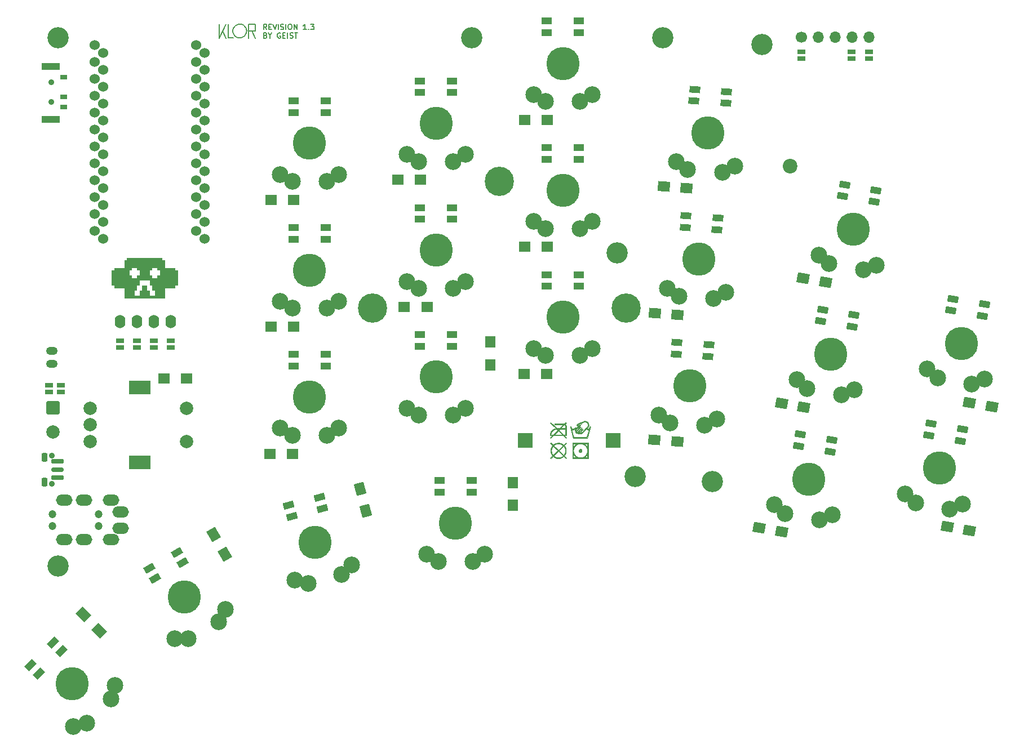
<source format=gts>
G04 #@! TF.GenerationSoftware,KiCad,Pcbnew,(6.0.9)*
G04 #@! TF.CreationDate,2022-12-21T13:42:31-08:00*
G04 #@! TF.ProjectId,klor1_3,6b6c6f72-315f-4332-9e6b-696361645f70,v1.3.0*
G04 #@! TF.SameCoordinates,Original*
G04 #@! TF.FileFunction,Soldermask,Top*
G04 #@! TF.FilePolarity,Negative*
%FSLAX46Y46*%
G04 Gerber Fmt 4.6, Leading zero omitted, Abs format (unit mm)*
G04 Created by KiCad (PCBNEW (6.0.9)) date 2022-12-21 13:42:31*
%MOMM*%
%LPD*%
G01*
G04 APERTURE LIST*
G04 Aperture macros list*
%AMRoundRect*
0 Rectangle with rounded corners*
0 $1 Rounding radius*
0 $2 $3 $4 $5 $6 $7 $8 $9 X,Y pos of 4 corners*
0 Add a 4 corners polygon primitive as box body*
4,1,4,$2,$3,$4,$5,$6,$7,$8,$9,$2,$3,0*
0 Add four circle primitives for the rounded corners*
1,1,$1+$1,$2,$3*
1,1,$1+$1,$4,$5*
1,1,$1+$1,$6,$7*
1,1,$1+$1,$8,$9*
0 Add four rect primitives between the rounded corners*
20,1,$1+$1,$2,$3,$4,$5,0*
20,1,$1+$1,$4,$5,$6,$7,0*
20,1,$1+$1,$6,$7,$8,$9,0*
20,1,$1+$1,$8,$9,$2,$3,0*%
%AMRotRect*
0 Rectangle, with rotation*
0 The origin of the aperture is its center*
0 $1 length*
0 $2 width*
0 $3 Rotation angle, in degrees counterclockwise*
0 Add horizontal line*
21,1,$1,$2,0,0,$3*%
G04 Aperture macros list end*
%ADD10C,0.150000*%
%ADD11C,0.000000*%
%ADD12C,0.000001*%
%ADD13R,1.143000X0.635000*%
%ADD14C,5.000000*%
%ADD15RotRect,1.600000X1.000000X225.000000*%
%ADD16C,2.500000*%
%ADD17R,1.600000X1.000000*%
%ADD18RotRect,1.600000X1.000000X176.000000*%
%ADD19C,3.200000*%
%ADD20RotRect,1.800000X1.500000X350.000000*%
%ADD21R,1.800000X1.500000*%
%ADD22RotRect,1.800000X1.500000X356.000000*%
%ADD23RotRect,1.600000X1.000000X195.000000*%
%ADD24RotRect,1.600000X1.000000X170.000000*%
%ADD25RotRect,1.800000X1.500000X285.000000*%
%ADD26R,2.200000X2.200000*%
%ADD27C,2.200000*%
%ADD28C,2.000000*%
%ADD29R,3.200000X2.000000*%
%ADD30O,1.600000X2.000000*%
%ADD31C,1.200000*%
%ADD32O,2.500000X1.700000*%
%ADD33RotRect,1.800000X1.500000X300.000000*%
%ADD34O,1.750000X1.200000*%
%ADD35C,0.900000*%
%ADD36RoundRect,0.187500X-0.712500X0.187500X-0.712500X-0.187500X0.712500X-0.187500X0.712500X0.187500X0*%
%ADD37RoundRect,0.150000X-0.750000X0.150000X-0.750000X-0.150000X0.750000X-0.150000X0.750000X0.150000X0*%
%ADD38RoundRect,0.225000X-0.225000X0.425000X-0.225000X-0.425000X0.225000X-0.425000X0.225000X0.425000X0*%
%ADD39C,4.400000*%
%ADD40RotRect,1.600000X1.000000X210.000000*%
%ADD41RotRect,1.800000X1.500000X315.000000*%
%ADD42R,1.500000X1.800000*%
%ADD43RoundRect,0.142858X-0.857142X0.857142X-0.857142X-0.857142X0.857142X-0.857142X0.857142X0.857142X0*%
%ADD44R,1.000000X0.700000*%
%ADD45R,2.800000X1.000000*%
%ADD46C,1.524000*%
%ADD47C,1.700000*%
%ADD48O,1.700000X1.700000*%
G04 APERTURE END LIST*
D10*
X110930924Y-52131115D02*
X110774359Y-52119269D01*
X110625207Y-52084895D01*
X110485213Y-52029736D01*
X110315813Y-51926874D01*
X110169928Y-51794296D01*
X110051691Y-51636137D01*
X109965237Y-51456531D01*
X109923741Y-51310238D01*
X109904192Y-51155951D01*
X109902855Y-51103047D01*
D11*
G36*
X92081221Y-87101292D02*
G01*
X92081222Y-86720185D01*
X93609182Y-86720185D01*
X93609183Y-85573330D01*
X93990293Y-85573330D01*
X93990293Y-85192222D01*
X99339931Y-85192221D01*
X99339931Y-85573330D01*
X99721039Y-85573330D01*
X99721039Y-86720184D01*
X101249001Y-86720185D01*
X101249001Y-87101291D01*
X101630111Y-87101291D01*
X101630111Y-89395003D01*
X101249003Y-89395003D01*
X101249002Y-89776110D01*
X99721040Y-89776109D01*
X99721040Y-91304076D01*
X95140676Y-91304076D01*
X95140675Y-90922966D01*
X95902894Y-90922966D01*
X95902894Y-90157219D01*
X96284001Y-90157219D01*
X96284001Y-89395003D01*
X97046219Y-89395003D01*
X97046219Y-90157219D01*
X97430856Y-90157219D01*
X97430856Y-90922965D01*
X98193074Y-90922966D01*
X98193074Y-90157219D01*
X97811964Y-90157219D01*
X97811964Y-89395003D01*
X97430855Y-89395003D01*
X97430856Y-88632783D01*
X97811964Y-88248146D01*
X97430855Y-88629257D01*
X95902893Y-88629256D01*
X95518254Y-88248146D01*
X95902894Y-88632783D01*
X95902894Y-89395003D01*
X95518254Y-89395002D01*
X95518254Y-90157218D01*
X95137146Y-90157219D01*
X95137147Y-91304074D01*
X93609183Y-91304075D01*
X93609183Y-89776110D01*
X92081221Y-89776110D01*
X92081222Y-89395003D01*
X91700110Y-89395003D01*
X91700110Y-87867038D01*
X94371401Y-87867038D01*
X94756039Y-87867039D01*
X94756038Y-88248146D01*
X95518254Y-88248146D01*
X95518253Y-87867039D01*
X97430856Y-87867039D01*
X97811964Y-87867038D01*
X97811964Y-88248146D01*
X98574185Y-88248146D01*
X98574186Y-87867038D01*
X98958821Y-87867038D01*
X98958820Y-87101292D01*
X98574186Y-87101293D01*
X98574186Y-86720185D01*
X97811964Y-86720185D01*
X97811965Y-87101292D01*
X97430857Y-87101291D01*
X97430856Y-87867039D01*
X95518253Y-87867039D01*
X95518253Y-87867038D01*
X95902894Y-87867038D01*
X95902894Y-87101292D01*
X95518254Y-87101292D01*
X95518254Y-86720185D01*
X94756040Y-86720185D01*
X94756040Y-87101291D01*
X94371401Y-87101292D01*
X94371401Y-87867038D01*
X91700110Y-87867038D01*
X91700110Y-87101290D01*
X92081221Y-87101292D01*
G37*
D10*
X113261212Y-50109247D02*
X113261212Y-51137316D01*
X109183207Y-52131115D02*
X109971392Y-52131116D01*
X111958993Y-51103047D02*
X111958993Y-51103047D01*
X113295480Y-52165385D02*
X112781445Y-51137316D01*
D12*
G36*
X163548770Y-110553275D02*
G01*
X163547327Y-110553218D01*
X163550855Y-110553218D01*
X163548770Y-110553275D01*
G37*
X163548770Y-110553275D02*
X163547327Y-110553218D01*
X163550855Y-110553218D01*
X163548770Y-110553275D01*
D10*
X109183207Y-50074980D02*
X109183207Y-52131115D01*
X113261212Y-51137316D02*
X112267413Y-51137317D01*
X107812449Y-52165385D02*
X108840518Y-50074980D01*
D12*
G36*
X157537195Y-111717298D02*
G01*
X157544772Y-111670479D01*
X157554401Y-111624372D01*
X157566035Y-111579028D01*
X157579623Y-111534495D01*
X157595117Y-111490822D01*
X157612464Y-111448058D01*
X157631615Y-111406252D01*
X157652522Y-111365453D01*
X157675135Y-111325711D01*
X157699402Y-111287075D01*
X157725275Y-111249592D01*
X157752708Y-111213313D01*
X157781645Y-111178286D01*
X157812038Y-111144562D01*
X157843840Y-111112190D01*
X157876998Y-111081218D01*
X157911463Y-111051692D01*
X157947188Y-111023666D01*
X157984119Y-110997186D01*
X158022211Y-110972305D01*
X158061410Y-110949065D01*
X158069644Y-110944658D01*
X158708721Y-110944658D01*
X158789835Y-111025767D01*
X158870949Y-110944658D01*
X158708721Y-110944658D01*
X158069644Y-110944658D01*
X158069646Y-110944657D01*
X158101668Y-110927523D01*
X158142935Y-110907723D01*
X158185163Y-110889715D01*
X158228300Y-110873550D01*
X158272299Y-110859275D01*
X158317106Y-110846938D01*
X158362674Y-110836593D01*
X158408952Y-110828283D01*
X158398328Y-110817706D01*
X159181296Y-110817706D01*
X159840786Y-110817706D01*
X159840785Y-110553219D01*
X159840621Y-110543022D01*
X159840131Y-110532934D01*
X159839320Y-110522955D01*
X159838196Y-110513090D01*
X159836761Y-110503347D01*
X159835020Y-110493725D01*
X159832980Y-110484229D01*
X159830648Y-110474865D01*
X159828024Y-110465634D01*
X159825115Y-110456542D01*
X159821929Y-110447592D01*
X159818468Y-110438786D01*
X159814740Y-110430134D01*
X159810745Y-110421633D01*
X159806496Y-110413288D01*
X159801993Y-110405107D01*
X159797241Y-110397089D01*
X159792246Y-110389243D01*
X159787013Y-110381567D01*
X159781548Y-110374070D01*
X159769943Y-110359622D01*
X159757468Y-110345928D01*
X159744168Y-110333019D01*
X159730080Y-110320925D01*
X159715251Y-110309680D01*
X159699718Y-110299313D01*
X159181296Y-110817706D01*
X158398328Y-110817706D01*
X158398327Y-110817705D01*
X157583709Y-110006614D01*
X157675405Y-109914925D01*
X158578234Y-110814178D01*
X158997909Y-110814177D01*
X159558651Y-110253468D01*
X158257306Y-110253468D01*
X158257305Y-110122988D01*
X159544545Y-110122988D01*
X159553100Y-110123071D01*
X159561572Y-110123318D01*
X159569961Y-110123731D01*
X159578269Y-110124311D01*
X159586493Y-110125054D01*
X159594635Y-110125964D01*
X159602693Y-110127038D01*
X159610670Y-110128278D01*
X159618564Y-110129682D01*
X159626374Y-110131253D01*
X159634103Y-110132989D01*
X159641748Y-110134889D01*
X159649312Y-110136956D01*
X159656792Y-110139188D01*
X159664191Y-110141585D01*
X159671505Y-110144147D01*
X159900740Y-109914926D01*
X159992433Y-110006614D01*
X159794940Y-110204096D01*
X159814975Y-110219213D01*
X159834057Y-110235435D01*
X159852135Y-110252712D01*
X159869164Y-110270989D01*
X159885101Y-110290220D01*
X159899893Y-110310345D01*
X159913498Y-110331321D01*
X159925867Y-110353091D01*
X159936958Y-110375605D01*
X159946718Y-110398810D01*
X159955104Y-110422658D01*
X159962071Y-110447094D01*
X159967570Y-110472066D01*
X159971554Y-110497525D01*
X159973982Y-110523418D01*
X159974799Y-110549692D01*
X159974799Y-111925019D01*
X159692665Y-111925019D01*
X159995959Y-112228297D01*
X159904267Y-112319985D01*
X159509278Y-111925018D01*
X158765147Y-111925019D01*
X158765147Y-111794539D01*
X159378790Y-111794540D01*
X158789835Y-111205618D01*
X158200878Y-111794540D01*
X158758095Y-111794540D01*
X158758095Y-111925019D01*
X158070391Y-111925019D01*
X157675404Y-112319986D01*
X157583711Y-112228297D01*
X157887004Y-111925019D01*
X157527282Y-111925019D01*
X157527282Y-111861543D01*
X157528400Y-111812879D01*
X157529423Y-111798066D01*
X157657770Y-111798066D01*
X158013965Y-111798066D01*
X158694615Y-111117456D01*
X158691089Y-111113930D01*
X158885055Y-111113930D01*
X159562178Y-111794540D01*
X159844313Y-111794540D01*
X159844313Y-110944658D01*
X159054337Y-110944658D01*
X158885055Y-111113930D01*
X158691089Y-111113930D01*
X158691088Y-111113929D01*
X158525334Y-110948185D01*
X158482288Y-110951173D01*
X158439805Y-110956140D01*
X158397932Y-110963039D01*
X158356714Y-110971823D01*
X158316200Y-110982445D01*
X158276434Y-110994861D01*
X158237464Y-111009023D01*
X158199336Y-111024884D01*
X158162096Y-111042400D01*
X158125793Y-111061521D01*
X158090470Y-111082203D01*
X158056175Y-111104396D01*
X158022955Y-111128058D01*
X157990856Y-111153141D01*
X157959924Y-111179597D01*
X157930206Y-111207381D01*
X157901749Y-111236447D01*
X157874599Y-111266745D01*
X157848803Y-111298234D01*
X157824405Y-111330864D01*
X157801456Y-111364588D01*
X157779999Y-111399360D01*
X157760081Y-111435136D01*
X157741748Y-111471867D01*
X157725049Y-111509506D01*
X157710030Y-111548010D01*
X157696734Y-111587328D01*
X157685211Y-111627419D01*
X157675508Y-111668229D01*
X157667668Y-111709719D01*
X157661739Y-111751836D01*
X157657770Y-111794540D01*
X157657770Y-111798066D01*
X157529423Y-111798066D01*
X157531722Y-111764782D01*
X157537195Y-111717298D01*
G37*
X157537195Y-111717298D02*
X157544772Y-111670479D01*
X157554401Y-111624372D01*
X157566035Y-111579028D01*
X157579623Y-111534495D01*
X157595117Y-111490822D01*
X157612464Y-111448058D01*
X157631615Y-111406252D01*
X157652522Y-111365453D01*
X157675135Y-111325711D01*
X157699402Y-111287075D01*
X157725275Y-111249592D01*
X157752708Y-111213313D01*
X157781645Y-111178286D01*
X157812038Y-111144562D01*
X157843840Y-111112190D01*
X157876998Y-111081218D01*
X157911463Y-111051692D01*
X157947188Y-111023666D01*
X157984119Y-110997186D01*
X158022211Y-110972305D01*
X158061410Y-110949065D01*
X158069644Y-110944658D01*
X158708721Y-110944658D01*
X158789835Y-111025767D01*
X158870949Y-110944658D01*
X158708721Y-110944658D01*
X158069644Y-110944658D01*
X158069646Y-110944657D01*
X158101668Y-110927523D01*
X158142935Y-110907723D01*
X158185163Y-110889715D01*
X158228300Y-110873550D01*
X158272299Y-110859275D01*
X158317106Y-110846938D01*
X158362674Y-110836593D01*
X158408952Y-110828283D01*
X158398328Y-110817706D01*
X159181296Y-110817706D01*
X159840786Y-110817706D01*
X159840785Y-110553219D01*
X159840621Y-110543022D01*
X159840131Y-110532934D01*
X159839320Y-110522955D01*
X159838196Y-110513090D01*
X159836761Y-110503347D01*
X159835020Y-110493725D01*
X159832980Y-110484229D01*
X159830648Y-110474865D01*
X159828024Y-110465634D01*
X159825115Y-110456542D01*
X159821929Y-110447592D01*
X159818468Y-110438786D01*
X159814740Y-110430134D01*
X159810745Y-110421633D01*
X159806496Y-110413288D01*
X159801993Y-110405107D01*
X159797241Y-110397089D01*
X159792246Y-110389243D01*
X159787013Y-110381567D01*
X159781548Y-110374070D01*
X159769943Y-110359622D01*
X159757468Y-110345928D01*
X159744168Y-110333019D01*
X159730080Y-110320925D01*
X159715251Y-110309680D01*
X159699718Y-110299313D01*
X159181296Y-110817706D01*
X158398328Y-110817706D01*
X158398327Y-110817705D01*
X157583709Y-110006614D01*
X157675405Y-109914925D01*
X158578234Y-110814178D01*
X158997909Y-110814177D01*
X159558651Y-110253468D01*
X158257306Y-110253468D01*
X158257305Y-110122988D01*
X159544545Y-110122988D01*
X159553100Y-110123071D01*
X159561572Y-110123318D01*
X159569961Y-110123731D01*
X159578269Y-110124311D01*
X159586493Y-110125054D01*
X159594635Y-110125964D01*
X159602693Y-110127038D01*
X159610670Y-110128278D01*
X159618564Y-110129682D01*
X159626374Y-110131253D01*
X159634103Y-110132989D01*
X159641748Y-110134889D01*
X159649312Y-110136956D01*
X159656792Y-110139188D01*
X159664191Y-110141585D01*
X159671505Y-110144147D01*
X159900740Y-109914926D01*
X159992433Y-110006614D01*
X159794940Y-110204096D01*
X159814975Y-110219213D01*
X159834057Y-110235435D01*
X159852135Y-110252712D01*
X159869164Y-110270989D01*
X159885101Y-110290220D01*
X159899893Y-110310345D01*
X159913498Y-110331321D01*
X159925867Y-110353091D01*
X159936958Y-110375605D01*
X159946718Y-110398810D01*
X159955104Y-110422658D01*
X159962071Y-110447094D01*
X159967570Y-110472066D01*
X159971554Y-110497525D01*
X159973982Y-110523418D01*
X159974799Y-110549692D01*
X159974799Y-111925019D01*
X159692665Y-111925019D01*
X159995959Y-112228297D01*
X159904267Y-112319985D01*
X159509278Y-111925018D01*
X158765147Y-111925019D01*
X158765147Y-111794539D01*
X159378790Y-111794540D01*
X158789835Y-111205618D01*
X158200878Y-111794540D01*
X158758095Y-111794540D01*
X158758095Y-111925019D01*
X158070391Y-111925019D01*
X157675404Y-112319986D01*
X157583711Y-112228297D01*
X157887004Y-111925019D01*
X157527282Y-111925019D01*
X157527282Y-111861543D01*
X157528400Y-111812879D01*
X157529423Y-111798066D01*
X157657770Y-111798066D01*
X158013965Y-111798066D01*
X158694615Y-111117456D01*
X158691089Y-111113930D01*
X158885055Y-111113930D01*
X159562178Y-111794540D01*
X159844313Y-111794540D01*
X159844313Y-110944658D01*
X159054337Y-110944658D01*
X158885055Y-111113930D01*
X158691089Y-111113930D01*
X158691088Y-111113929D01*
X158525334Y-110948185D01*
X158482288Y-110951173D01*
X158439805Y-110956140D01*
X158397932Y-110963039D01*
X158356714Y-110971823D01*
X158316200Y-110982445D01*
X158276434Y-110994861D01*
X158237464Y-111009023D01*
X158199336Y-111024884D01*
X158162096Y-111042400D01*
X158125793Y-111061521D01*
X158090470Y-111082203D01*
X158056175Y-111104396D01*
X158022955Y-111128058D01*
X157990856Y-111153141D01*
X157959924Y-111179597D01*
X157930206Y-111207381D01*
X157901749Y-111236447D01*
X157874599Y-111266745D01*
X157848803Y-111298234D01*
X157824405Y-111330864D01*
X157801456Y-111364588D01*
X157779999Y-111399360D01*
X157760081Y-111435136D01*
X157741748Y-111471867D01*
X157725049Y-111509506D01*
X157710030Y-111548010D01*
X157696734Y-111587328D01*
X157685211Y-111627419D01*
X157675508Y-111668229D01*
X157667668Y-111709719D01*
X157661739Y-111751836D01*
X157657770Y-111794540D01*
X157657770Y-111798066D01*
X157529423Y-111798066D01*
X157531722Y-111764782D01*
X157537195Y-111717298D01*
G36*
X162110010Y-113956569D02*
G01*
X162121981Y-113957451D01*
X162133758Y-113958907D01*
X162145327Y-113960920D01*
X162156680Y-113963480D01*
X162167797Y-113966571D01*
X162178669Y-113970179D01*
X162189280Y-113974290D01*
X162199619Y-113978894D01*
X162209668Y-113983974D01*
X162219417Y-113989517D01*
X162228853Y-113995511D01*
X162237960Y-114001941D01*
X162246725Y-114008793D01*
X162255134Y-114016057D01*
X162263176Y-114023715D01*
X162270834Y-114031756D01*
X162278097Y-114040167D01*
X162284952Y-114048931D01*
X162291383Y-114058037D01*
X162297377Y-114067471D01*
X162302921Y-114077220D01*
X162308001Y-114087268D01*
X162312605Y-114097605D01*
X162316716Y-114108217D01*
X162320325Y-114119088D01*
X162323416Y-114130206D01*
X162325974Y-114141557D01*
X162327988Y-114153127D01*
X162329442Y-114164902D01*
X162330327Y-114176872D01*
X162330624Y-114189018D01*
X162330326Y-114201167D01*
X162329443Y-114213136D01*
X162327987Y-114224912D01*
X162325974Y-114236482D01*
X162323416Y-114247833D01*
X162320324Y-114258951D01*
X162316717Y-114269821D01*
X162312605Y-114280432D01*
X162308001Y-114290770D01*
X162302921Y-114300819D01*
X162297376Y-114310568D01*
X162291381Y-114320002D01*
X162284952Y-114329109D01*
X162278098Y-114337873D01*
X162270835Y-114346282D01*
X162263176Y-114354323D01*
X162255134Y-114361982D01*
X162246724Y-114369244D01*
X162237960Y-114376099D01*
X162228853Y-114382528D01*
X162219417Y-114388521D01*
X162209668Y-114394066D01*
X162199618Y-114399146D01*
X162189281Y-114403749D01*
X162178669Y-114407861D01*
X162167797Y-114411468D01*
X162156680Y-114414558D01*
X162145328Y-114417118D01*
X162133758Y-114419131D01*
X162121980Y-114420587D01*
X162110011Y-114421470D01*
X162097863Y-114421767D01*
X162085714Y-114421470D01*
X162073745Y-114420587D01*
X162061968Y-114419131D01*
X162050396Y-114417118D01*
X162039045Y-114414559D01*
X162027927Y-114411468D01*
X162017056Y-114407861D01*
X162006444Y-114403749D01*
X161996106Y-114399146D01*
X161986056Y-114394066D01*
X161976307Y-114388522D01*
X161966873Y-114382527D01*
X161957765Y-114376098D01*
X161949000Y-114369244D01*
X161940591Y-114361982D01*
X161932549Y-114354324D01*
X161924891Y-114346281D01*
X161917627Y-114337873D01*
X161910774Y-114329108D01*
X161904343Y-114320003D01*
X161898349Y-114310568D01*
X161892805Y-114300818D01*
X161887724Y-114290769D01*
X161883120Y-114280432D01*
X161879008Y-114269821D01*
X161875400Y-114258950D01*
X161872310Y-114247834D01*
X161869752Y-114236483D01*
X161867737Y-114224912D01*
X161866282Y-114213135D01*
X161865398Y-114201166D01*
X161865102Y-114189019D01*
X161865398Y-114177183D01*
X161866283Y-114165484D01*
X161867738Y-114153941D01*
X161869751Y-114142568D01*
X161872310Y-114131383D01*
X161875401Y-114120398D01*
X161879009Y-114109630D01*
X161883120Y-114099094D01*
X161887723Y-114088807D01*
X161892804Y-114078783D01*
X161898347Y-114069037D01*
X161904343Y-114059587D01*
X161910773Y-114050445D01*
X161917628Y-114041630D01*
X161924891Y-114033157D01*
X161932550Y-114025038D01*
X161940591Y-114017292D01*
X161949001Y-114009934D01*
X161957766Y-114002978D01*
X161966873Y-113996441D01*
X161976307Y-113990338D01*
X161986056Y-113984683D01*
X161996106Y-113979493D01*
X162006444Y-113974785D01*
X162017055Y-113970572D01*
X162027928Y-113966871D01*
X162039045Y-113963697D01*
X162050397Y-113961066D01*
X162061967Y-113958992D01*
X162073745Y-113957490D01*
X162085714Y-113956579D01*
X162097863Y-113956272D01*
X162110010Y-113956569D01*
G37*
X162110010Y-113956569D02*
X162121981Y-113957451D01*
X162133758Y-113958907D01*
X162145327Y-113960920D01*
X162156680Y-113963480D01*
X162167797Y-113966571D01*
X162178669Y-113970179D01*
X162189280Y-113974290D01*
X162199619Y-113978894D01*
X162209668Y-113983974D01*
X162219417Y-113989517D01*
X162228853Y-113995511D01*
X162237960Y-114001941D01*
X162246725Y-114008793D01*
X162255134Y-114016057D01*
X162263176Y-114023715D01*
X162270834Y-114031756D01*
X162278097Y-114040167D01*
X162284952Y-114048931D01*
X162291383Y-114058037D01*
X162297377Y-114067471D01*
X162302921Y-114077220D01*
X162308001Y-114087268D01*
X162312605Y-114097605D01*
X162316716Y-114108217D01*
X162320325Y-114119088D01*
X162323416Y-114130206D01*
X162325974Y-114141557D01*
X162327988Y-114153127D01*
X162329442Y-114164902D01*
X162330327Y-114176872D01*
X162330624Y-114189018D01*
X162330326Y-114201167D01*
X162329443Y-114213136D01*
X162327987Y-114224912D01*
X162325974Y-114236482D01*
X162323416Y-114247833D01*
X162320324Y-114258951D01*
X162316717Y-114269821D01*
X162312605Y-114280432D01*
X162308001Y-114290770D01*
X162302921Y-114300819D01*
X162297376Y-114310568D01*
X162291381Y-114320002D01*
X162284952Y-114329109D01*
X162278098Y-114337873D01*
X162270835Y-114346282D01*
X162263176Y-114354323D01*
X162255134Y-114361982D01*
X162246724Y-114369244D01*
X162237960Y-114376099D01*
X162228853Y-114382528D01*
X162219417Y-114388521D01*
X162209668Y-114394066D01*
X162199618Y-114399146D01*
X162189281Y-114403749D01*
X162178669Y-114407861D01*
X162167797Y-114411468D01*
X162156680Y-114414558D01*
X162145328Y-114417118D01*
X162133758Y-114419131D01*
X162121980Y-114420587D01*
X162110011Y-114421470D01*
X162097863Y-114421767D01*
X162085714Y-114421470D01*
X162073745Y-114420587D01*
X162061968Y-114419131D01*
X162050396Y-114417118D01*
X162039045Y-114414559D01*
X162027927Y-114411468D01*
X162017056Y-114407861D01*
X162006444Y-114403749D01*
X161996106Y-114399146D01*
X161986056Y-114394066D01*
X161976307Y-114388522D01*
X161966873Y-114382527D01*
X161957765Y-114376098D01*
X161949000Y-114369244D01*
X161940591Y-114361982D01*
X161932549Y-114354324D01*
X161924891Y-114346281D01*
X161917627Y-114337873D01*
X161910774Y-114329108D01*
X161904343Y-114320003D01*
X161898349Y-114310568D01*
X161892805Y-114300818D01*
X161887724Y-114290769D01*
X161883120Y-114280432D01*
X161879008Y-114269821D01*
X161875400Y-114258950D01*
X161872310Y-114247834D01*
X161869752Y-114236483D01*
X161867737Y-114224912D01*
X161866282Y-114213135D01*
X161865398Y-114201166D01*
X161865102Y-114189019D01*
X161865398Y-114177183D01*
X161866283Y-114165484D01*
X161867738Y-114153941D01*
X161869751Y-114142568D01*
X161872310Y-114131383D01*
X161875401Y-114120398D01*
X161879009Y-114109630D01*
X161883120Y-114099094D01*
X161887723Y-114088807D01*
X161892804Y-114078783D01*
X161898347Y-114069037D01*
X161904343Y-114059587D01*
X161910773Y-114050445D01*
X161917628Y-114041630D01*
X161924891Y-114033157D01*
X161932550Y-114025038D01*
X161940591Y-114017292D01*
X161949001Y-114009934D01*
X161957766Y-114002978D01*
X161966873Y-113996441D01*
X161976307Y-113990338D01*
X161986056Y-113984683D01*
X161996106Y-113979493D01*
X162006444Y-113974785D01*
X162017055Y-113970572D01*
X162027928Y-113966871D01*
X162039045Y-113963697D01*
X162050397Y-113961066D01*
X162061967Y-113958992D01*
X162073745Y-113957490D01*
X162085714Y-113956579D01*
X162097863Y-113956272D01*
X162110010Y-113956569D01*
D10*
X110930924Y-50074978D02*
X111087488Y-50086823D01*
X111236639Y-50121197D01*
X111376633Y-50176356D01*
X111546033Y-50279218D01*
X111691918Y-50411796D01*
X111810154Y-50569955D01*
X111896609Y-50749562D01*
X111938105Y-50895855D01*
X111957655Y-51050142D01*
X111958993Y-51103047D01*
X109902855Y-51103047D02*
X109914700Y-50946481D01*
X109949074Y-50797330D01*
X110004233Y-50657336D01*
X110107095Y-50487936D01*
X110239672Y-50342051D01*
X110397832Y-50223814D01*
X110577438Y-50137360D01*
X110723731Y-50095864D01*
X110878019Y-50076315D01*
X110930924Y-50074978D01*
X108840519Y-52165385D02*
X108326485Y-51103047D01*
X112233145Y-50109248D02*
X113261212Y-50109247D01*
D12*
G36*
X157678930Y-112986491D02*
G01*
X158010437Y-113317979D01*
X158049606Y-113283812D01*
X158090360Y-113251438D01*
X158132633Y-113220913D01*
X158176358Y-113192293D01*
X158221466Y-113165637D01*
X158267893Y-113141000D01*
X158315570Y-113118440D01*
X158364429Y-113098015D01*
X158414405Y-113079778D01*
X158465428Y-113063789D01*
X158517433Y-113050105D01*
X158570354Y-113038780D01*
X158624121Y-113029874D01*
X158678668Y-113023442D01*
X158733929Y-113019541D01*
X158789834Y-113018227D01*
X158845702Y-113019540D01*
X158900857Y-113023441D01*
X158955245Y-113029874D01*
X159008819Y-113038781D01*
X159061526Y-113050105D01*
X159113311Y-113063790D01*
X159164125Y-113079779D01*
X159213918Y-113098015D01*
X159262636Y-113118442D01*
X159310226Y-113140999D01*
X159356641Y-113165637D01*
X159401824Y-113192293D01*
X159445726Y-113220912D01*
X159488296Y-113251436D01*
X159529482Y-113283811D01*
X159569232Y-113317979D01*
X159900740Y-112986489D01*
X159992434Y-113078178D01*
X159660924Y-113409667D01*
X159695094Y-113448833D01*
X159727470Y-113489584D01*
X159757997Y-113531855D01*
X159786619Y-113575576D01*
X159813276Y-113620684D01*
X159837914Y-113667107D01*
X159860474Y-113714781D01*
X159880902Y-113763637D01*
X159899138Y-113813610D01*
X159915129Y-113864630D01*
X159928814Y-113916634D01*
X159940139Y-113969549D01*
X159949047Y-114023315D01*
X159955478Y-114077860D01*
X159959379Y-114133117D01*
X159960694Y-114189019D01*
X159959380Y-114244883D01*
X159955478Y-114300035D01*
X159949046Y-114354421D01*
X159940139Y-114407992D01*
X159928814Y-114460694D01*
X159915128Y-114512478D01*
X159899139Y-114563289D01*
X159880902Y-114613079D01*
X159860475Y-114661793D01*
X159837914Y-114709382D01*
X159813276Y-114755792D01*
X159786620Y-114800975D01*
X159757997Y-114844873D01*
X159727470Y-114887442D01*
X159695093Y-114928624D01*
X159660925Y-114968373D01*
X159992433Y-115299860D01*
X159900740Y-115391550D01*
X159569231Y-115060060D01*
X159530064Y-115094227D01*
X159489310Y-115126602D01*
X159447037Y-115157127D01*
X159403311Y-115185746D01*
X159358202Y-115212402D01*
X159311777Y-115237040D01*
X159264100Y-115259598D01*
X159215241Y-115280024D01*
X159165266Y-115298260D01*
X159114242Y-115314249D01*
X159062235Y-115327935D01*
X159009315Y-115339258D01*
X158955549Y-115348165D01*
X158901000Y-115354596D01*
X158845741Y-115358497D01*
X158789834Y-115359811D01*
X158733968Y-115358498D01*
X158678814Y-115354597D01*
X158624424Y-115348164D01*
X158570850Y-115339258D01*
X158518144Y-115327934D01*
X158466357Y-115314249D01*
X158415545Y-115298260D01*
X158365751Y-115280024D01*
X158317034Y-115259598D01*
X158269442Y-115237038D01*
X158223028Y-115212403D01*
X158177846Y-115185745D01*
X158133943Y-115157127D01*
X158091372Y-115126602D01*
X158050187Y-115094227D01*
X158010437Y-115060061D01*
X157678929Y-115391548D01*
X157587236Y-115299860D01*
X157918745Y-114968372D01*
X157918744Y-114968371D01*
X158102132Y-114968371D01*
X158137171Y-114998035D01*
X158173485Y-115026159D01*
X158211030Y-115052693D01*
X158249756Y-115077582D01*
X158289621Y-115100778D01*
X158330573Y-115122228D01*
X158372572Y-115141880D01*
X158415565Y-115159683D01*
X158459510Y-115175586D01*
X158504361Y-115189534D01*
X158550066Y-115201478D01*
X158596584Y-115211367D01*
X158643865Y-115219150D01*
X158691865Y-115224771D01*
X158740537Y-115228183D01*
X158789834Y-115229331D01*
X158793362Y-115229331D01*
X158842078Y-115228183D01*
X158890317Y-115224771D01*
X158938020Y-115219150D01*
X158985124Y-115211368D01*
X159031568Y-115201479D01*
X159077287Y-115189534D01*
X159122220Y-115175585D01*
X159166307Y-115159684D01*
X159209486Y-115141879D01*
X159251693Y-115122228D01*
X159292866Y-115100777D01*
X159332944Y-115077583D01*
X159371863Y-115052692D01*
X159409566Y-115026158D01*
X159445987Y-114998035D01*
X159481065Y-114968372D01*
X158789835Y-114280707D01*
X158102132Y-114968371D01*
X157918744Y-114968371D01*
X157884576Y-114929206D01*
X157852199Y-114888454D01*
X157821671Y-114846184D01*
X157793052Y-114802462D01*
X157766393Y-114757355D01*
X157741756Y-114710932D01*
X157719195Y-114663257D01*
X157698767Y-114614400D01*
X157680530Y-114564429D01*
X157664540Y-114513407D01*
X157650855Y-114461405D01*
X157639531Y-114408488D01*
X157630624Y-114354725D01*
X157624191Y-114300179D01*
X157620289Y-114244921D01*
X157618976Y-114189020D01*
X157749463Y-114189020D01*
X157750612Y-114237732D01*
X157754024Y-114285970D01*
X157759646Y-114333670D01*
X157767427Y-114380771D01*
X157777317Y-114427211D01*
X157789263Y-114472929D01*
X157803213Y-114517859D01*
X157819115Y-114561944D01*
X157836921Y-114605120D01*
X157856573Y-114647323D01*
X157878024Y-114688495D01*
X157901221Y-114728572D01*
X157926112Y-114767490D01*
X157952648Y-114805188D01*
X157980772Y-114841608D01*
X158010437Y-114876682D01*
X158698143Y-114189020D01*
X158694616Y-114185493D01*
X158881529Y-114185493D01*
X159572759Y-114876682D01*
X159602424Y-114841027D01*
X159630548Y-114804170D01*
X159657084Y-114766157D01*
X159681976Y-114727028D01*
X159705173Y-114686824D01*
X159726623Y-114645589D01*
X159746276Y-114603360D01*
X159764081Y-114560181D01*
X159779984Y-114516093D01*
X159793934Y-114471139D01*
X159805878Y-114425355D01*
X159815769Y-114378789D01*
X159823550Y-114331477D01*
X159829172Y-114283463D01*
X159832584Y-114234788D01*
X159833732Y-114185493D01*
X159833734Y-114181967D01*
X159832583Y-114133254D01*
X159829173Y-114085016D01*
X159823550Y-114037316D01*
X159815769Y-113990214D01*
X159805879Y-113943774D01*
X159793933Y-113898058D01*
X159779984Y-113853125D01*
X159764080Y-113809042D01*
X159746276Y-113765866D01*
X159726623Y-113723662D01*
X159705172Y-113682491D01*
X159681976Y-113642415D01*
X159657083Y-113603496D01*
X159630549Y-113565796D01*
X159602424Y-113529377D01*
X159572759Y-113494303D01*
X158881529Y-114185493D01*
X158694616Y-114185493D01*
X158010437Y-113501356D01*
X157980772Y-113536430D01*
X157952646Y-113572850D01*
X157926113Y-113610550D01*
X157901221Y-113649468D01*
X157878024Y-113689544D01*
X157856573Y-113730715D01*
X157836919Y-113772918D01*
X157819116Y-113816093D01*
X157803213Y-113860179D01*
X157789262Y-113905111D01*
X157777317Y-113950827D01*
X157767427Y-113997266D01*
X157759646Y-114044369D01*
X157754024Y-114092069D01*
X157750612Y-114140307D01*
X157749463Y-114189020D01*
X157618976Y-114189020D01*
X157618976Y-114189018D01*
X157620290Y-114133155D01*
X157624191Y-114078005D01*
X157630624Y-114023618D01*
X157639530Y-113970047D01*
X157650855Y-113917344D01*
X157664541Y-113865561D01*
X157680531Y-113814749D01*
X157698767Y-113764960D01*
X157719194Y-113716245D01*
X157741757Y-113668657D01*
X157766394Y-113622245D01*
X157793051Y-113577065D01*
X157821672Y-113533165D01*
X157852199Y-113490597D01*
X157884577Y-113449414D01*
X157918746Y-113409666D01*
X157915218Y-113406141D01*
X157915217Y-113406140D01*
X158098604Y-113406140D01*
X158786307Y-114093804D01*
X159477538Y-113406141D01*
X159442498Y-113376476D01*
X159406184Y-113348353D01*
X159368641Y-113321820D01*
X159329913Y-113296930D01*
X159290050Y-113273733D01*
X159249096Y-113252284D01*
X159207098Y-113232632D01*
X159164103Y-113214828D01*
X159120158Y-113198926D01*
X159075309Y-113184978D01*
X159029603Y-113173033D01*
X158983085Y-113163145D01*
X158935803Y-113155362D01*
X158887804Y-113149740D01*
X158839131Y-113146329D01*
X158789835Y-113145181D01*
X158740498Y-113146330D01*
X158691714Y-113149740D01*
X158643541Y-113155363D01*
X158596032Y-113163145D01*
X158549248Y-113173032D01*
X158503244Y-113184978D01*
X158458076Y-113198927D01*
X158413803Y-113214828D01*
X158370479Y-113232632D01*
X158328163Y-113252284D01*
X158286912Y-113273734D01*
X158246779Y-113296930D01*
X158207827Y-113321819D01*
X158170110Y-113348352D01*
X158133684Y-113376477D01*
X158098604Y-113406140D01*
X157915217Y-113406140D01*
X157587237Y-113078178D01*
X157678930Y-112986491D01*
G37*
X157678930Y-112986491D02*
X158010437Y-113317979D01*
X158049606Y-113283812D01*
X158090360Y-113251438D01*
X158132633Y-113220913D01*
X158176358Y-113192293D01*
X158221466Y-113165637D01*
X158267893Y-113141000D01*
X158315570Y-113118440D01*
X158364429Y-113098015D01*
X158414405Y-113079778D01*
X158465428Y-113063789D01*
X158517433Y-113050105D01*
X158570354Y-113038780D01*
X158624121Y-113029874D01*
X158678668Y-113023442D01*
X158733929Y-113019541D01*
X158789834Y-113018227D01*
X158845702Y-113019540D01*
X158900857Y-113023441D01*
X158955245Y-113029874D01*
X159008819Y-113038781D01*
X159061526Y-113050105D01*
X159113311Y-113063790D01*
X159164125Y-113079779D01*
X159213918Y-113098015D01*
X159262636Y-113118442D01*
X159310226Y-113140999D01*
X159356641Y-113165637D01*
X159401824Y-113192293D01*
X159445726Y-113220912D01*
X159488296Y-113251436D01*
X159529482Y-113283811D01*
X159569232Y-113317979D01*
X159900740Y-112986489D01*
X159992434Y-113078178D01*
X159660924Y-113409667D01*
X159695094Y-113448833D01*
X159727470Y-113489584D01*
X159757997Y-113531855D01*
X159786619Y-113575576D01*
X159813276Y-113620684D01*
X159837914Y-113667107D01*
X159860474Y-113714781D01*
X159880902Y-113763637D01*
X159899138Y-113813610D01*
X159915129Y-113864630D01*
X159928814Y-113916634D01*
X159940139Y-113969549D01*
X159949047Y-114023315D01*
X159955478Y-114077860D01*
X159959379Y-114133117D01*
X159960694Y-114189019D01*
X159959380Y-114244883D01*
X159955478Y-114300035D01*
X159949046Y-114354421D01*
X159940139Y-114407992D01*
X159928814Y-114460694D01*
X159915128Y-114512478D01*
X159899139Y-114563289D01*
X159880902Y-114613079D01*
X159860475Y-114661793D01*
X159837914Y-114709382D01*
X159813276Y-114755792D01*
X159786620Y-114800975D01*
X159757997Y-114844873D01*
X159727470Y-114887442D01*
X159695093Y-114928624D01*
X159660925Y-114968373D01*
X159992433Y-115299860D01*
X159900740Y-115391550D01*
X159569231Y-115060060D01*
X159530064Y-115094227D01*
X159489310Y-115126602D01*
X159447037Y-115157127D01*
X159403311Y-115185746D01*
X159358202Y-115212402D01*
X159311777Y-115237040D01*
X159264100Y-115259598D01*
X159215241Y-115280024D01*
X159165266Y-115298260D01*
X159114242Y-115314249D01*
X159062235Y-115327935D01*
X159009315Y-115339258D01*
X158955549Y-115348165D01*
X158901000Y-115354596D01*
X158845741Y-115358497D01*
X158789834Y-115359811D01*
X158733968Y-115358498D01*
X158678814Y-115354597D01*
X158624424Y-115348164D01*
X158570850Y-115339258D01*
X158518144Y-115327934D01*
X158466357Y-115314249D01*
X158415545Y-115298260D01*
X158365751Y-115280024D01*
X158317034Y-115259598D01*
X158269442Y-115237038D01*
X158223028Y-115212403D01*
X158177846Y-115185745D01*
X158133943Y-115157127D01*
X158091372Y-115126602D01*
X158050187Y-115094227D01*
X158010437Y-115060061D01*
X157678929Y-115391548D01*
X157587236Y-115299860D01*
X157918745Y-114968372D01*
X157918744Y-114968371D01*
X158102132Y-114968371D01*
X158137171Y-114998035D01*
X158173485Y-115026159D01*
X158211030Y-115052693D01*
X158249756Y-115077582D01*
X158289621Y-115100778D01*
X158330573Y-115122228D01*
X158372572Y-115141880D01*
X158415565Y-115159683D01*
X158459510Y-115175586D01*
X158504361Y-115189534D01*
X158550066Y-115201478D01*
X158596584Y-115211367D01*
X158643865Y-115219150D01*
X158691865Y-115224771D01*
X158740537Y-115228183D01*
X158789834Y-115229331D01*
X158793362Y-115229331D01*
X158842078Y-115228183D01*
X158890317Y-115224771D01*
X158938020Y-115219150D01*
X158985124Y-115211368D01*
X159031568Y-115201479D01*
X159077287Y-115189534D01*
X159122220Y-115175585D01*
X159166307Y-115159684D01*
X159209486Y-115141879D01*
X159251693Y-115122228D01*
X159292866Y-115100777D01*
X159332944Y-115077583D01*
X159371863Y-115052692D01*
X159409566Y-115026158D01*
X159445987Y-114998035D01*
X159481065Y-114968372D01*
X158789835Y-114280707D01*
X158102132Y-114968371D01*
X157918744Y-114968371D01*
X157884576Y-114929206D01*
X157852199Y-114888454D01*
X157821671Y-114846184D01*
X157793052Y-114802462D01*
X157766393Y-114757355D01*
X157741756Y-114710932D01*
X157719195Y-114663257D01*
X157698767Y-114614400D01*
X157680530Y-114564429D01*
X157664540Y-114513407D01*
X157650855Y-114461405D01*
X157639531Y-114408488D01*
X157630624Y-114354725D01*
X157624191Y-114300179D01*
X157620289Y-114244921D01*
X157618976Y-114189020D01*
X157749463Y-114189020D01*
X157750612Y-114237732D01*
X157754024Y-114285970D01*
X157759646Y-114333670D01*
X157767427Y-114380771D01*
X157777317Y-114427211D01*
X157789263Y-114472929D01*
X157803213Y-114517859D01*
X157819115Y-114561944D01*
X157836921Y-114605120D01*
X157856573Y-114647323D01*
X157878024Y-114688495D01*
X157901221Y-114728572D01*
X157926112Y-114767490D01*
X157952648Y-114805188D01*
X157980772Y-114841608D01*
X158010437Y-114876682D01*
X158698143Y-114189020D01*
X158694616Y-114185493D01*
X158881529Y-114185493D01*
X159572759Y-114876682D01*
X159602424Y-114841027D01*
X159630548Y-114804170D01*
X159657084Y-114766157D01*
X159681976Y-114727028D01*
X159705173Y-114686824D01*
X159726623Y-114645589D01*
X159746276Y-114603360D01*
X159764081Y-114560181D01*
X159779984Y-114516093D01*
X159793934Y-114471139D01*
X159805878Y-114425355D01*
X159815769Y-114378789D01*
X159823550Y-114331477D01*
X159829172Y-114283463D01*
X159832584Y-114234788D01*
X159833732Y-114185493D01*
X159833734Y-114181967D01*
X159832583Y-114133254D01*
X159829173Y-114085016D01*
X159823550Y-114037316D01*
X159815769Y-113990214D01*
X159805879Y-113943774D01*
X159793933Y-113898058D01*
X159779984Y-113853125D01*
X159764080Y-113809042D01*
X159746276Y-113765866D01*
X159726623Y-113723662D01*
X159705172Y-113682491D01*
X159681976Y-113642415D01*
X159657083Y-113603496D01*
X159630549Y-113565796D01*
X159602424Y-113529377D01*
X159572759Y-113494303D01*
X158881529Y-114185493D01*
X158694616Y-114185493D01*
X158010437Y-113501356D01*
X157980772Y-113536430D01*
X157952646Y-113572850D01*
X157926113Y-113610550D01*
X157901221Y-113649468D01*
X157878024Y-113689544D01*
X157856573Y-113730715D01*
X157836919Y-113772918D01*
X157819116Y-113816093D01*
X157803213Y-113860179D01*
X157789262Y-113905111D01*
X157777317Y-113950827D01*
X157767427Y-113997266D01*
X157759646Y-114044369D01*
X157754024Y-114092069D01*
X157750612Y-114140307D01*
X157749463Y-114189020D01*
X157618976Y-114189020D01*
X157618976Y-114189018D01*
X157620290Y-114133155D01*
X157624191Y-114078005D01*
X157630624Y-114023618D01*
X157639530Y-113970047D01*
X157650855Y-113917344D01*
X157664541Y-113865561D01*
X157680531Y-113814749D01*
X157698767Y-113764960D01*
X157719194Y-113716245D01*
X157741757Y-113668657D01*
X157766394Y-113622245D01*
X157793051Y-113577065D01*
X157821672Y-113533165D01*
X157852199Y-113490597D01*
X157884577Y-113449414D01*
X157918746Y-113409666D01*
X157915218Y-113406141D01*
X157915217Y-113406140D01*
X158098604Y-113406140D01*
X158786307Y-114093804D01*
X159477538Y-113406141D01*
X159442498Y-113376476D01*
X159406184Y-113348353D01*
X159368641Y-113321820D01*
X159329913Y-113296930D01*
X159290050Y-113273733D01*
X159249096Y-113252284D01*
X159207098Y-113232632D01*
X159164103Y-113214828D01*
X159120158Y-113198926D01*
X159075309Y-113184978D01*
X159029603Y-113173033D01*
X158983085Y-113163145D01*
X158935803Y-113155362D01*
X158887804Y-113149740D01*
X158839131Y-113146329D01*
X158789835Y-113145181D01*
X158740498Y-113146330D01*
X158691714Y-113149740D01*
X158643541Y-113155363D01*
X158596032Y-113163145D01*
X158549248Y-113173032D01*
X158503244Y-113184978D01*
X158458076Y-113198927D01*
X158413803Y-113214828D01*
X158370479Y-113232632D01*
X158328163Y-113252284D01*
X158286912Y-113273734D01*
X158246779Y-113296930D01*
X158207827Y-113321819D01*
X158170110Y-113348352D01*
X158133684Y-113376477D01*
X158098604Y-113406140D01*
X157915217Y-113406140D01*
X157587237Y-113078178D01*
X157678930Y-112986491D01*
G36*
X163272247Y-113018228D02*
G01*
X163272248Y-115363337D01*
X160927005Y-115363337D01*
X160927005Y-115232857D01*
X161053964Y-115232857D01*
X161565333Y-115232858D01*
X161524797Y-115210920D01*
X161485212Y-115187454D01*
X161446618Y-115162500D01*
X161409058Y-115136099D01*
X161372572Y-115108294D01*
X161337200Y-115079125D01*
X161302989Y-115048633D01*
X161269973Y-115016861D01*
X161238200Y-114983848D01*
X161207705Y-114949637D01*
X161178534Y-114914269D01*
X161150727Y-114877786D01*
X161124326Y-114840228D01*
X161099370Y-114801634D01*
X161075902Y-114762052D01*
X161053965Y-114721518D01*
X161053964Y-115232857D01*
X160927005Y-115232857D01*
X160927004Y-114721518D01*
X160927003Y-114189019D01*
X161053964Y-114189019D01*
X161055328Y-114242587D01*
X161059373Y-114295469D01*
X161066033Y-114347598D01*
X161075241Y-114398907D01*
X161086933Y-114449330D01*
X161101040Y-114498800D01*
X161117496Y-114547252D01*
X161136236Y-114594619D01*
X161157191Y-114640834D01*
X161180295Y-114685830D01*
X161205484Y-114729541D01*
X161232689Y-114771902D01*
X161261845Y-114812842D01*
X161292883Y-114852299D01*
X161325739Y-114890207D01*
X161360345Y-114926495D01*
X161396635Y-114961098D01*
X161434543Y-114993953D01*
X161474003Y-115024990D01*
X161514948Y-115054142D01*
X161557310Y-115081347D01*
X161601022Y-115106535D01*
X161646022Y-115129638D01*
X161692239Y-115150590D01*
X161739609Y-115169329D01*
X161788064Y-115185784D01*
X161837536Y-115199890D01*
X161887962Y-115211581D01*
X161939275Y-115220790D01*
X161991407Y-115227449D01*
X162044291Y-115231494D01*
X162097863Y-115232856D01*
X162630392Y-115232856D01*
X163141761Y-115232857D01*
X163141761Y-114721518D01*
X163119822Y-114762051D01*
X163096355Y-114801635D01*
X163071399Y-114840228D01*
X163044997Y-114877786D01*
X163017190Y-114914269D01*
X162988019Y-114949637D01*
X162957526Y-114983848D01*
X162925750Y-115016861D01*
X162892737Y-115048632D01*
X162858523Y-115079124D01*
X162823154Y-115108295D01*
X162786667Y-115136099D01*
X162749106Y-115162501D01*
X162710514Y-115187453D01*
X162670927Y-115210919D01*
X162630392Y-115232856D01*
X162097863Y-115232856D01*
X162151434Y-115231493D01*
X162204318Y-115227451D01*
X162256450Y-115220790D01*
X162307764Y-115211582D01*
X162358189Y-115199890D01*
X162407663Y-115185786D01*
X162456117Y-115169328D01*
X162503487Y-115150591D01*
X162549703Y-115129636D01*
X162594702Y-115106534D01*
X162638416Y-115081346D01*
X162680777Y-115054142D01*
X162721722Y-115024990D01*
X162761181Y-114993953D01*
X162799090Y-114961098D01*
X162835379Y-114926495D01*
X162869986Y-114890206D01*
X162902843Y-114852300D01*
X162933880Y-114812843D01*
X162963035Y-114771901D01*
X162990241Y-114729540D01*
X163015430Y-114685830D01*
X163038535Y-114640834D01*
X163059489Y-114594620D01*
X163078228Y-114547253D01*
X163094684Y-114498800D01*
X163108791Y-114449330D01*
X163120482Y-114398907D01*
X163129690Y-114347598D01*
X163136352Y-114295469D01*
X163140397Y-114242587D01*
X163141760Y-114189018D01*
X163140397Y-114135451D01*
X163136353Y-114082570D01*
X163129692Y-114030442D01*
X163120483Y-113979131D01*
X163108791Y-113928709D01*
X163094685Y-113879238D01*
X163078228Y-113830785D01*
X163059490Y-113783419D01*
X163038534Y-113737205D01*
X163015429Y-113692209D01*
X162990241Y-113648497D01*
X162963035Y-113606138D01*
X162933881Y-113565196D01*
X162902842Y-113525739D01*
X162869987Y-113487834D01*
X162835380Y-113451543D01*
X162799089Y-113416940D01*
X162761180Y-113384086D01*
X162721722Y-113353049D01*
X162680778Y-113323895D01*
X162638416Y-113296692D01*
X162594701Y-113271505D01*
X162549704Y-113248402D01*
X162503486Y-113227448D01*
X162456117Y-113208711D01*
X162407662Y-113192253D01*
X162358190Y-113178147D01*
X162307763Y-113166457D01*
X162256450Y-113157249D01*
X162204318Y-113150589D01*
X162151433Y-113146543D01*
X162097902Y-113145181D01*
X162630391Y-113145181D01*
X162670928Y-113167120D01*
X162710515Y-113190584D01*
X162749106Y-113215539D01*
X162786667Y-113241939D01*
X162823155Y-113269744D01*
X162858524Y-113298912D01*
X162892736Y-113329405D01*
X162925750Y-113361179D01*
X162957526Y-113394191D01*
X162988018Y-113428402D01*
X163017189Y-113463770D01*
X163044996Y-113500255D01*
X163071399Y-113537811D01*
X163096355Y-113576403D01*
X163119821Y-113615986D01*
X163141760Y-113656520D01*
X163141761Y-113145181D01*
X162630391Y-113145181D01*
X162097902Y-113145181D01*
X162097863Y-113145180D01*
X162044292Y-113146545D01*
X161991407Y-113150589D01*
X161939275Y-113157249D01*
X161887962Y-113166457D01*
X161837537Y-113178148D01*
X161788062Y-113192254D01*
X161739608Y-113208709D01*
X161692239Y-113227448D01*
X161646021Y-113248402D01*
X161601022Y-113271505D01*
X161557310Y-113296691D01*
X161514946Y-113323894D01*
X161474004Y-113353049D01*
X161434543Y-113384085D01*
X161396636Y-113416940D01*
X161360344Y-113451543D01*
X161325738Y-113487832D01*
X161292883Y-113525739D01*
X161261843Y-113565196D01*
X161232688Y-113606138D01*
X161205483Y-113648497D01*
X161180295Y-113692208D01*
X161157191Y-113737205D01*
X161136236Y-113783419D01*
X161117496Y-113830785D01*
X161101040Y-113879238D01*
X161086933Y-113928708D01*
X161075241Y-113979131D01*
X161066033Y-114030440D01*
X161059372Y-114082570D01*
X161055328Y-114135451D01*
X161053964Y-114189019D01*
X160927003Y-114189019D01*
X160927003Y-113145182D01*
X161053964Y-113145182D01*
X161053965Y-113656520D01*
X161075902Y-113615987D01*
X161099371Y-113576404D01*
X161124326Y-113537813D01*
X161150728Y-113500254D01*
X161178534Y-113463769D01*
X161207706Y-113428402D01*
X161238200Y-113394190D01*
X161269973Y-113361179D01*
X161302989Y-113329405D01*
X161337200Y-113298914D01*
X161372572Y-113269744D01*
X161409057Y-113241938D01*
X161446617Y-113215539D01*
X161485212Y-113190584D01*
X161524796Y-113167119D01*
X161565333Y-113145182D01*
X161053964Y-113145182D01*
X160927003Y-113145182D01*
X160927003Y-113018228D01*
X163272247Y-113018228D01*
G37*
X163272247Y-113018228D02*
X163272248Y-115363337D01*
X160927005Y-115363337D01*
X160927005Y-115232857D01*
X161053964Y-115232857D01*
X161565333Y-115232858D01*
X161524797Y-115210920D01*
X161485212Y-115187454D01*
X161446618Y-115162500D01*
X161409058Y-115136099D01*
X161372572Y-115108294D01*
X161337200Y-115079125D01*
X161302989Y-115048633D01*
X161269973Y-115016861D01*
X161238200Y-114983848D01*
X161207705Y-114949637D01*
X161178534Y-114914269D01*
X161150727Y-114877786D01*
X161124326Y-114840228D01*
X161099370Y-114801634D01*
X161075902Y-114762052D01*
X161053965Y-114721518D01*
X161053964Y-115232857D01*
X160927005Y-115232857D01*
X160927004Y-114721518D01*
X160927003Y-114189019D01*
X161053964Y-114189019D01*
X161055328Y-114242587D01*
X161059373Y-114295469D01*
X161066033Y-114347598D01*
X161075241Y-114398907D01*
X161086933Y-114449330D01*
X161101040Y-114498800D01*
X161117496Y-114547252D01*
X161136236Y-114594619D01*
X161157191Y-114640834D01*
X161180295Y-114685830D01*
X161205484Y-114729541D01*
X161232689Y-114771902D01*
X161261845Y-114812842D01*
X161292883Y-114852299D01*
X161325739Y-114890207D01*
X161360345Y-114926495D01*
X161396635Y-114961098D01*
X161434543Y-114993953D01*
X161474003Y-115024990D01*
X161514948Y-115054142D01*
X161557310Y-115081347D01*
X161601022Y-115106535D01*
X161646022Y-115129638D01*
X161692239Y-115150590D01*
X161739609Y-115169329D01*
X161788064Y-115185784D01*
X161837536Y-115199890D01*
X161887962Y-115211581D01*
X161939275Y-115220790D01*
X161991407Y-115227449D01*
X162044291Y-115231494D01*
X162097863Y-115232856D01*
X162630392Y-115232856D01*
X163141761Y-115232857D01*
X163141761Y-114721518D01*
X163119822Y-114762051D01*
X163096355Y-114801635D01*
X163071399Y-114840228D01*
X163044997Y-114877786D01*
X163017190Y-114914269D01*
X162988019Y-114949637D01*
X162957526Y-114983848D01*
X162925750Y-115016861D01*
X162892737Y-115048632D01*
X162858523Y-115079124D01*
X162823154Y-115108295D01*
X162786667Y-115136099D01*
X162749106Y-115162501D01*
X162710514Y-115187453D01*
X162670927Y-115210919D01*
X162630392Y-115232856D01*
X162097863Y-115232856D01*
X162151434Y-115231493D01*
X162204318Y-115227451D01*
X162256450Y-115220790D01*
X162307764Y-115211582D01*
X162358189Y-115199890D01*
X162407663Y-115185786D01*
X162456117Y-115169328D01*
X162503487Y-115150591D01*
X162549703Y-115129636D01*
X162594702Y-115106534D01*
X162638416Y-115081346D01*
X162680777Y-115054142D01*
X162721722Y-115024990D01*
X162761181Y-114993953D01*
X162799090Y-114961098D01*
X162835379Y-114926495D01*
X162869986Y-114890206D01*
X162902843Y-114852300D01*
X162933880Y-114812843D01*
X162963035Y-114771901D01*
X162990241Y-114729540D01*
X163015430Y-114685830D01*
X163038535Y-114640834D01*
X163059489Y-114594620D01*
X163078228Y-114547253D01*
X163094684Y-114498800D01*
X163108791Y-114449330D01*
X163120482Y-114398907D01*
X163129690Y-114347598D01*
X163136352Y-114295469D01*
X163140397Y-114242587D01*
X163141760Y-114189018D01*
X163140397Y-114135451D01*
X163136353Y-114082570D01*
X163129692Y-114030442D01*
X163120483Y-113979131D01*
X163108791Y-113928709D01*
X163094685Y-113879238D01*
X163078228Y-113830785D01*
X163059490Y-113783419D01*
X163038534Y-113737205D01*
X163015429Y-113692209D01*
X162990241Y-113648497D01*
X162963035Y-113606138D01*
X162933881Y-113565196D01*
X162902842Y-113525739D01*
X162869987Y-113487834D01*
X162835380Y-113451543D01*
X162799089Y-113416940D01*
X162761180Y-113384086D01*
X162721722Y-113353049D01*
X162680778Y-113323895D01*
X162638416Y-113296692D01*
X162594701Y-113271505D01*
X162549704Y-113248402D01*
X162503486Y-113227448D01*
X162456117Y-113208711D01*
X162407662Y-113192253D01*
X162358190Y-113178147D01*
X162307763Y-113166457D01*
X162256450Y-113157249D01*
X162204318Y-113150589D01*
X162151433Y-113146543D01*
X162097902Y-113145181D01*
X162630391Y-113145181D01*
X162670928Y-113167120D01*
X162710515Y-113190584D01*
X162749106Y-113215539D01*
X162786667Y-113241939D01*
X162823155Y-113269744D01*
X162858524Y-113298912D01*
X162892736Y-113329405D01*
X162925750Y-113361179D01*
X162957526Y-113394191D01*
X162988018Y-113428402D01*
X163017189Y-113463770D01*
X163044996Y-113500255D01*
X163071399Y-113537811D01*
X163096355Y-113576403D01*
X163119821Y-113615986D01*
X163141760Y-113656520D01*
X163141761Y-113145181D01*
X162630391Y-113145181D01*
X162097902Y-113145181D01*
X162097863Y-113145180D01*
X162044292Y-113146545D01*
X161991407Y-113150589D01*
X161939275Y-113157249D01*
X161887962Y-113166457D01*
X161837537Y-113178148D01*
X161788062Y-113192254D01*
X161739608Y-113208709D01*
X161692239Y-113227448D01*
X161646021Y-113248402D01*
X161601022Y-113271505D01*
X161557310Y-113296691D01*
X161514946Y-113323894D01*
X161474004Y-113353049D01*
X161434543Y-113384085D01*
X161396636Y-113416940D01*
X161360344Y-113451543D01*
X161325738Y-113487832D01*
X161292883Y-113525739D01*
X161261843Y-113565196D01*
X161232688Y-113606138D01*
X161205483Y-113648497D01*
X161180295Y-113692208D01*
X161157191Y-113737205D01*
X161136236Y-113783419D01*
X161117496Y-113830785D01*
X161101040Y-113879238D01*
X161086933Y-113928708D01*
X161075241Y-113979131D01*
X161066033Y-114030440D01*
X161059372Y-114082570D01*
X161055328Y-114135451D01*
X161053964Y-114189019D01*
X160927003Y-114189019D01*
X160927003Y-113145182D01*
X161053964Y-113145182D01*
X161053965Y-113656520D01*
X161075902Y-113615987D01*
X161099371Y-113576404D01*
X161124326Y-113537813D01*
X161150728Y-113500254D01*
X161178534Y-113463769D01*
X161207706Y-113428402D01*
X161238200Y-113394190D01*
X161269973Y-113361179D01*
X161302989Y-113329405D01*
X161337200Y-113298914D01*
X161372572Y-113269744D01*
X161409057Y-113241938D01*
X161446617Y-113215539D01*
X161485212Y-113190584D01*
X161524796Y-113167119D01*
X161565333Y-113145182D01*
X161053964Y-113145182D01*
X160927003Y-113145182D01*
X160927003Y-113018228D01*
X163272247Y-113018228D01*
D10*
X112233145Y-51137316D02*
X112233145Y-50109248D01*
X107812450Y-50074978D02*
X107812449Y-52165385D01*
X112233144Y-52165385D02*
X112233145Y-51137316D01*
X111958993Y-51103047D02*
X111947147Y-51259611D01*
X111912772Y-51408762D01*
X111857613Y-51548756D01*
X111754751Y-51718156D01*
X111622173Y-51864041D01*
X111464014Y-51982278D01*
X111284408Y-52068732D01*
X111138115Y-52110228D01*
X110983828Y-52129777D01*
X110930924Y-52131115D01*
D12*
G36*
X162792529Y-109729868D02*
G01*
X162799629Y-109730115D01*
X162814770Y-109731107D01*
X162832059Y-109732761D01*
X162852572Y-109735076D01*
X162874256Y-109738121D01*
X162895657Y-109741957D01*
X162916763Y-109746572D01*
X162937556Y-109751950D01*
X162958025Y-109758077D01*
X162978153Y-109764940D01*
X162997927Y-109772521D01*
X163017333Y-109780809D01*
X163036358Y-109789790D01*
X163054986Y-109799449D01*
X163090995Y-109820744D01*
X163125246Y-109844580D01*
X163157629Y-109870844D01*
X163188028Y-109899424D01*
X163216329Y-109930204D01*
X163242420Y-109963070D01*
X163266185Y-109997907D01*
X163287513Y-110034608D01*
X163306288Y-110073053D01*
X163322397Y-110113130D01*
X163329416Y-110133745D01*
X163335727Y-110154725D01*
X163340384Y-110169768D01*
X163342268Y-110176857D01*
X163343883Y-110183821D01*
X163345249Y-110190783D01*
X163346390Y-110197870D01*
X163347324Y-110205206D01*
X163348071Y-110212913D01*
X163349090Y-110229939D01*
X163349613Y-110249941D01*
X163349833Y-110302840D01*
X163349655Y-110332640D01*
X163349415Y-110345339D01*
X163349062Y-110356783D01*
X163348585Y-110367131D01*
X163347974Y-110376542D01*
X163347219Y-110385180D01*
X163346308Y-110393205D01*
X163345231Y-110400773D01*
X163343979Y-110408048D01*
X163342541Y-110415187D01*
X163340908Y-110422352D01*
X163337009Y-110437403D01*
X163332201Y-110454476D01*
X163325529Y-110475625D01*
X163318660Y-110495555D01*
X163311480Y-110514452D01*
X163303877Y-110532501D01*
X163295738Y-110549888D01*
X163286946Y-110566802D01*
X163277391Y-110583425D01*
X163266958Y-110599945D01*
X163255531Y-110616546D01*
X163243001Y-110633419D01*
X163229251Y-110650744D01*
X163214168Y-110668711D01*
X163197638Y-110687504D01*
X163179549Y-110707309D01*
X163138233Y-110750702D01*
X163106218Y-110785306D01*
X163080485Y-110813298D01*
X163057121Y-110838864D01*
X163061139Y-110842483D01*
X163066460Y-110846660D01*
X163072897Y-110851291D01*
X163080264Y-110856276D01*
X163097043Y-110866882D01*
X163115311Y-110877655D01*
X163133577Y-110887767D01*
X163150357Y-110896388D01*
X163157723Y-110899885D01*
X163164161Y-110902697D01*
X163169481Y-110904726D01*
X163173501Y-110905868D01*
X163179068Y-110907105D01*
X163185142Y-110908181D01*
X163191649Y-110909090D01*
X163198518Y-110909833D01*
X163205676Y-110910412D01*
X163213051Y-110910825D01*
X163220571Y-110911073D01*
X163228164Y-110911155D01*
X163235756Y-110911074D01*
X163243277Y-110910826D01*
X163250652Y-110910412D01*
X163257811Y-110909834D01*
X163264679Y-110909090D01*
X163271186Y-110908181D01*
X163277259Y-110907106D01*
X163282828Y-110905866D01*
X163287045Y-110904568D01*
X163292932Y-110902092D01*
X163300254Y-110898583D01*
X163308782Y-110894185D01*
X163328515Y-110883303D01*
X163350276Y-110870602D01*
X163372199Y-110857240D01*
X163392430Y-110844374D01*
X163409107Y-110833161D01*
X163415529Y-110828536D01*
X163420367Y-110824757D01*
X163421152Y-110824149D01*
X163422172Y-110822368D01*
X163424887Y-110815556D01*
X163428427Y-110804859D01*
X163432711Y-110790815D01*
X163455634Y-110711909D01*
X163468640Y-110668270D01*
X163480322Y-110629920D01*
X163489358Y-110600826D01*
X163494428Y-110584957D01*
X163496533Y-110581114D01*
X163498879Y-110577518D01*
X163501450Y-110574171D01*
X163504238Y-110571072D01*
X163507231Y-110568220D01*
X163510423Y-110565616D01*
X163513799Y-110563261D01*
X163517351Y-110561153D01*
X163521070Y-110559294D01*
X163524943Y-110557682D01*
X163528959Y-110556318D01*
X163533112Y-110555201D01*
X163537388Y-110554335D01*
X163541777Y-110553715D01*
X163546269Y-110553342D01*
X163548770Y-110553275D01*
X163549672Y-110553310D01*
X163552069Y-110553581D01*
X163554511Y-110554024D01*
X163556992Y-110554629D01*
X163559500Y-110555395D01*
X163562027Y-110556310D01*
X163564567Y-110557369D01*
X163567110Y-110558564D01*
X163569648Y-110559887D01*
X163572172Y-110561333D01*
X163577146Y-110564563D01*
X163581965Y-110568195D01*
X163586562Y-110572173D01*
X163590869Y-110576441D01*
X163594821Y-110580942D01*
X163596642Y-110583260D01*
X163598347Y-110585616D01*
X163599932Y-110588003D01*
X163601384Y-110590412D01*
X163602698Y-110592837D01*
X163603864Y-110595269D01*
X163604873Y-110597702D01*
X163605718Y-110600130D01*
X163606389Y-110602546D01*
X163606879Y-110604941D01*
X163607179Y-110607309D01*
X163607280Y-110609642D01*
X163589868Y-110683091D01*
X163542038Y-110869279D01*
X163381574Y-111470104D01*
X163155865Y-112316460D01*
X161039857Y-112316458D01*
X161029277Y-112281193D01*
X160770948Y-111324637D01*
X160688379Y-111011662D01*
X160821203Y-111011662D01*
X160823242Y-111023659D01*
X160831563Y-111058056D01*
X160864406Y-111184459D01*
X160976378Y-111600582D01*
X161135078Y-112189505D01*
X163057120Y-112189505D01*
X163215822Y-111604110D01*
X163219348Y-111600583D01*
X163281342Y-111373675D01*
X163331760Y-111187102D01*
X163365651Y-111060039D01*
X163378048Y-111011661D01*
X163377997Y-111011351D01*
X163377847Y-111011080D01*
X163377599Y-111010851D01*
X163377256Y-111010662D01*
X163376305Y-111010399D01*
X163375018Y-111010283D01*
X163373420Y-111010312D01*
X163371540Y-111010483D01*
X163369399Y-111010787D01*
X163367028Y-111011219D01*
X163364448Y-111011777D01*
X163361690Y-111012453D01*
X163355732Y-111014140D01*
X163349360Y-111016240D01*
X163346084Y-111017434D01*
X163342783Y-111018714D01*
X163337564Y-111021196D01*
X163332450Y-111023371D01*
X163327376Y-111025255D01*
X163322282Y-111026869D01*
X163317106Y-111028236D01*
X163311786Y-111029376D01*
X163306259Y-111030309D01*
X163300462Y-111031056D01*
X163294335Y-111031637D01*
X163287815Y-111032076D01*
X163273350Y-111032598D01*
X163256572Y-111032792D01*
X163236982Y-111032820D01*
X163221085Y-111033269D01*
X163206350Y-111033274D01*
X163192619Y-111032804D01*
X163179729Y-111031828D01*
X163167520Y-111030313D01*
X163155834Y-111028234D01*
X163144509Y-111025551D01*
X163133386Y-111022240D01*
X163122303Y-111018268D01*
X163111102Y-111013603D01*
X163099623Y-111008214D01*
X163087704Y-111002073D01*
X163075186Y-110995146D01*
X163061908Y-110987401D01*
X163032434Y-110969343D01*
X163020594Y-110961601D01*
X163009125Y-110954355D01*
X162998400Y-110947771D01*
X162988792Y-110942014D01*
X162980669Y-110937247D01*
X162974408Y-110933637D01*
X162968954Y-110930552D01*
X162866238Y-111031497D01*
X162623339Y-111272620D01*
X162539297Y-111356339D01*
X162466788Y-111427951D01*
X162405435Y-111487908D01*
X162354870Y-111536666D01*
X162314720Y-111574680D01*
X162284612Y-111602401D01*
X162264175Y-111620288D01*
X162257466Y-111625686D01*
X162253037Y-111628795D01*
X162245446Y-111631934D01*
X162237270Y-111634739D01*
X162228588Y-111637201D01*
X162219479Y-111639319D01*
X162210017Y-111641085D01*
X162200282Y-111642494D01*
X162190349Y-111643543D01*
X162180300Y-111644223D01*
X162170207Y-111644532D01*
X162160152Y-111644465D01*
X162150210Y-111644014D01*
X162140459Y-111643175D01*
X162130976Y-111641945D01*
X162121841Y-111640318D01*
X162113127Y-111638287D01*
X162104916Y-111635847D01*
X162100405Y-111634480D01*
X162096099Y-111633003D01*
X162091960Y-111631392D01*
X162087945Y-111629621D01*
X162084011Y-111627663D01*
X162080120Y-111625496D01*
X162076227Y-111623090D01*
X162072295Y-111620420D01*
X162068279Y-111617460D01*
X162064139Y-111614186D01*
X162059834Y-111610570D01*
X162055322Y-111606589D01*
X162050562Y-111602214D01*
X162045513Y-111597422D01*
X162034383Y-111586476D01*
X161995590Y-111547685D01*
X161956795Y-111582951D01*
X161953333Y-111586915D01*
X161949584Y-111590858D01*
X161945599Y-111594759D01*
X161941422Y-111598599D01*
X161937100Y-111602357D01*
X161932681Y-111606010D01*
X161928209Y-111609541D01*
X161923734Y-111612926D01*
X161919298Y-111616146D01*
X161914950Y-111619179D01*
X161906706Y-111624606D01*
X161899370Y-111629044D01*
X161896159Y-111630837D01*
X161893316Y-111632320D01*
X161887006Y-111634881D01*
X161880035Y-111637260D01*
X161872486Y-111639442D01*
X161864440Y-111641414D01*
X161855983Y-111643157D01*
X161847193Y-111644656D01*
X161838155Y-111645900D01*
X161828953Y-111646868D01*
X161819668Y-111647546D01*
X161810383Y-111647922D01*
X161801180Y-111647975D01*
X161792144Y-111647694D01*
X161783354Y-111647061D01*
X161774897Y-111646061D01*
X161766851Y-111644679D01*
X161759301Y-111642901D01*
X161755655Y-111642167D01*
X161751993Y-111641294D01*
X161744637Y-111639140D01*
X161737272Y-111636469D01*
X161729932Y-111633312D01*
X161722653Y-111629701D01*
X161715474Y-111625668D01*
X161708428Y-111621241D01*
X161701553Y-111616451D01*
X161694884Y-111611333D01*
X161688458Y-111605914D01*
X161682312Y-111600228D01*
X161676479Y-111594301D01*
X161671000Y-111588170D01*
X161665907Y-111581863D01*
X161661238Y-111575409D01*
X161657027Y-111568845D01*
X161635868Y-111537106D01*
X161618234Y-111547685D01*
X161615542Y-111549548D01*
X161612738Y-111551178D01*
X161609788Y-111552590D01*
X161606662Y-111553801D01*
X161603329Y-111554828D01*
X161599761Y-111555682D01*
X161595922Y-111556381D01*
X161591784Y-111556943D01*
X161587316Y-111557379D01*
X161582484Y-111557706D01*
X161571616Y-111558100D01*
X161558928Y-111558244D01*
X161544173Y-111558265D01*
X161535940Y-111558223D01*
X161528393Y-111558094D01*
X161521477Y-111557870D01*
X161515134Y-111557548D01*
X161509307Y-111557125D01*
X161503941Y-111556591D01*
X161498978Y-111555944D01*
X161494359Y-111555179D01*
X161490031Y-111554290D01*
X161485936Y-111553271D01*
X161482016Y-111552119D01*
X161478214Y-111550827D01*
X161474474Y-111549390D01*
X161470740Y-111547803D01*
X161466954Y-111546062D01*
X161463062Y-111544160D01*
X161455260Y-111539719D01*
X161447733Y-111534999D01*
X161440482Y-111530010D01*
X161433511Y-111524764D01*
X161426824Y-111519269D01*
X161420425Y-111513537D01*
X161408506Y-111501401D01*
X161397788Y-111488438D01*
X161388297Y-111474732D01*
X161380069Y-111460364D01*
X161373130Y-111445418D01*
X161367514Y-111429976D01*
X161363252Y-111414121D01*
X161360374Y-111397934D01*
X161358913Y-111381500D01*
X161358898Y-111364901D01*
X161359441Y-111356565D01*
X161360359Y-111348219D01*
X161361653Y-111339872D01*
X161363329Y-111331539D01*
X161365390Y-111323222D01*
X161367839Y-111314937D01*
X161369120Y-111311636D01*
X161370320Y-111308361D01*
X161371435Y-111305136D01*
X161372469Y-111301989D01*
X161373418Y-111298946D01*
X161374287Y-111296032D01*
X161375774Y-111290693D01*
X161376932Y-111286181D01*
X161377758Y-111282704D01*
X161378420Y-111279673D01*
X161373093Y-111276868D01*
X161367715Y-111273764D01*
X161362317Y-111270391D01*
X161356929Y-111266779D01*
X161351583Y-111262962D01*
X161346308Y-111258969D01*
X161341137Y-111254831D01*
X161336099Y-111250579D01*
X161331228Y-111246246D01*
X161326553Y-111241860D01*
X161322105Y-111237455D01*
X161317915Y-111233058D01*
X161314015Y-111228703D01*
X161310434Y-111224421D01*
X161307205Y-111220242D01*
X161304359Y-111216196D01*
X161299314Y-111209119D01*
X161294743Y-111202387D01*
X161290628Y-111195933D01*
X161286946Y-111189693D01*
X161283677Y-111183597D01*
X161280802Y-111177578D01*
X161278299Y-111171569D01*
X161276146Y-111165504D01*
X161274324Y-111159313D01*
X161272812Y-111152935D01*
X161271590Y-111146294D01*
X161270636Y-111139331D01*
X161269930Y-111131975D01*
X161269451Y-111124157D01*
X161269179Y-111115813D01*
X161269095Y-111107169D01*
X161390902Y-111107169D01*
X161390935Y-111110754D01*
X161391240Y-111114305D01*
X161391806Y-111117814D01*
X161392623Y-111121274D01*
X161393683Y-111124673D01*
X161394976Y-111128007D01*
X161396490Y-111131264D01*
X161398219Y-111134437D01*
X161400151Y-111137519D01*
X161402277Y-111140501D01*
X161404586Y-111143371D01*
X161407071Y-111146125D01*
X161409719Y-111148753D01*
X161412522Y-111151248D01*
X161415471Y-111153598D01*
X161418555Y-111155796D01*
X161421766Y-111157839D01*
X161425092Y-111159710D01*
X161428526Y-111161407D01*
X161432056Y-111162918D01*
X161435673Y-111164236D01*
X161439367Y-111165353D01*
X161443130Y-111166261D01*
X161446951Y-111166949D01*
X161450818Y-111167412D01*
X161454726Y-111167639D01*
X161458663Y-111167623D01*
X161462620Y-111167354D01*
X161466587Y-111166826D01*
X161469879Y-111165436D01*
X161474576Y-111162480D01*
X161488848Y-111151234D01*
X161510724Y-111131802D01*
X161541527Y-111102909D01*
X161635205Y-111011606D01*
X161780461Y-110867074D01*
X162076701Y-110570851D01*
X162119021Y-110613169D01*
X162123566Y-110617132D01*
X162127927Y-110621069D01*
X162132095Y-110624954D01*
X162136051Y-110628761D01*
X162139777Y-110632466D01*
X162143261Y-110636042D01*
X162146487Y-110639464D01*
X162149440Y-110642703D01*
X162152102Y-110645736D01*
X162154461Y-110648536D01*
X162156500Y-110651079D01*
X162158201Y-110653339D01*
X162159553Y-110655285D01*
X162160537Y-110656899D01*
X162161137Y-110658150D01*
X162161291Y-110658631D01*
X162161342Y-110659013D01*
X162154469Y-110667052D01*
X162134783Y-110687611D01*
X162062596Y-110760839D01*
X161826307Y-110997555D01*
X161695985Y-111128531D01*
X161587815Y-111238679D01*
X161545654Y-111282325D01*
X161513370Y-111316427D01*
X161492409Y-111339534D01*
X161486627Y-111346513D01*
X161484219Y-111350203D01*
X161482400Y-111354179D01*
X161480903Y-111358165D01*
X161479722Y-111362152D01*
X161478846Y-111366127D01*
X161478273Y-111370083D01*
X161477990Y-111374008D01*
X161477992Y-111377890D01*
X161478269Y-111381721D01*
X161478815Y-111385490D01*
X161479621Y-111389187D01*
X161480682Y-111392802D01*
X161481988Y-111396323D01*
X161483531Y-111399741D01*
X161485304Y-111403044D01*
X161487300Y-111406225D01*
X161489510Y-111409272D01*
X161491926Y-111412173D01*
X161494541Y-111414920D01*
X161497347Y-111417501D01*
X161500338Y-111419905D01*
X161503503Y-111422126D01*
X161506837Y-111424149D01*
X161510330Y-111425965D01*
X161513975Y-111427565D01*
X161517766Y-111428938D01*
X161521693Y-111430072D01*
X161525750Y-111430959D01*
X161529929Y-111431588D01*
X161534221Y-111431948D01*
X161538618Y-111432028D01*
X161543114Y-111431820D01*
X161547699Y-111431311D01*
X161552400Y-111430337D01*
X161557528Y-111428468D01*
X161563515Y-111425306D01*
X161570790Y-111420457D01*
X161590909Y-111404099D01*
X161621319Y-111376211D01*
X161665450Y-111333611D01*
X161726734Y-111273116D01*
X161914474Y-111085716D01*
X162256562Y-110743648D01*
X162302409Y-110789493D01*
X162348257Y-110835337D01*
X162048489Y-111135088D01*
X161952580Y-111231033D01*
X161913439Y-111270270D01*
X161879649Y-111304250D01*
X161850819Y-111333392D01*
X161826555Y-111358124D01*
X161806466Y-111378868D01*
X161797864Y-111387878D01*
X161790159Y-111396047D01*
X161783301Y-111403433D01*
X161777241Y-111410086D01*
X161771929Y-111416060D01*
X161767318Y-111421408D01*
X161763357Y-111426182D01*
X161760001Y-111430436D01*
X161757195Y-111434221D01*
X161754892Y-111437594D01*
X161753044Y-111440604D01*
X161751604Y-111443304D01*
X161750518Y-111445751D01*
X161749740Y-111447994D01*
X161749221Y-111450087D01*
X161748910Y-111452083D01*
X161748759Y-111454036D01*
X161748720Y-111455998D01*
X161748793Y-111460233D01*
X161749009Y-111464344D01*
X161749365Y-111468332D01*
X161749864Y-111472191D01*
X161750501Y-111475924D01*
X161751277Y-111479529D01*
X161752191Y-111483008D01*
X161753239Y-111486357D01*
X161754421Y-111489579D01*
X161755737Y-111492670D01*
X161757186Y-111495631D01*
X161758764Y-111498460D01*
X161760471Y-111501158D01*
X161762305Y-111503722D01*
X161764268Y-111506155D01*
X161766354Y-111508454D01*
X161768564Y-111510618D01*
X161770899Y-111512648D01*
X161773354Y-111514540D01*
X161775929Y-111516298D01*
X161778624Y-111517920D01*
X161781433Y-111519402D01*
X161784362Y-111520747D01*
X161787404Y-111521954D01*
X161790560Y-111523020D01*
X161793829Y-111523948D01*
X161797209Y-111524733D01*
X161800697Y-111525377D01*
X161804295Y-111525879D01*
X161808000Y-111526240D01*
X161811812Y-111526454D01*
X161815728Y-111526527D01*
X161818634Y-111526144D01*
X161822279Y-111524786D01*
X161833086Y-111517875D01*
X161850754Y-111503281D01*
X161877885Y-111478479D01*
X161917086Y-111440947D01*
X161970956Y-111388168D01*
X162133129Y-111226775D01*
X162432896Y-110927025D01*
X162478744Y-110972870D01*
X162524590Y-111018715D01*
X162312989Y-111230303D01*
X162104915Y-111441891D01*
X162104915Y-111466577D01*
X162105678Y-111471123D01*
X162106643Y-111475501D01*
X162107800Y-111479707D01*
X162109144Y-111483740D01*
X162110671Y-111487599D01*
X162112370Y-111491280D01*
X162114238Y-111494779D01*
X162116266Y-111498094D01*
X162118451Y-111501226D01*
X162120783Y-111504166D01*
X162123258Y-111506917D01*
X162125869Y-111509473D01*
X162128608Y-111511834D01*
X162131470Y-111513995D01*
X162134449Y-111515955D01*
X162137538Y-111517711D01*
X162140729Y-111519260D01*
X162144017Y-111520600D01*
X162147396Y-111521729D01*
X162150857Y-111522643D01*
X162154398Y-111523341D01*
X162158011Y-111523816D01*
X162161686Y-111524071D01*
X162165419Y-111524103D01*
X162169206Y-111523907D01*
X162173036Y-111523479D01*
X162176905Y-111522821D01*
X162180808Y-111521926D01*
X162184735Y-111520795D01*
X162188683Y-111519424D01*
X162192642Y-111517809D01*
X162196609Y-111515948D01*
X162209848Y-111505038D01*
X162240362Y-111476275D01*
X162345612Y-111373125D01*
X162679765Y-111039873D01*
X162898143Y-110820790D01*
X162980366Y-110737615D01*
X163046098Y-110670474D01*
X163096457Y-110618211D01*
X163132558Y-110579667D01*
X163145610Y-110565179D01*
X163155515Y-110553687D01*
X163162415Y-110545047D01*
X163166446Y-110539113D01*
X163179251Y-110515473D01*
X163190565Y-110491531D01*
X163200407Y-110467342D01*
X163208794Y-110442954D01*
X163215746Y-110418419D01*
X163221278Y-110393788D01*
X163225411Y-110369111D01*
X163228164Y-110344440D01*
X163229551Y-110319825D01*
X163229592Y-110295320D01*
X163228306Y-110270973D01*
X163225711Y-110246835D01*
X163221824Y-110222959D01*
X163216664Y-110199395D01*
X163210248Y-110176192D01*
X163202595Y-110153403D01*
X163193723Y-110131081D01*
X163183650Y-110109274D01*
X163172393Y-110088034D01*
X163159972Y-110067412D01*
X163146404Y-110047459D01*
X163131706Y-110028225D01*
X163115899Y-110009763D01*
X163098998Y-109992123D01*
X163081024Y-109975356D01*
X163061992Y-109959512D01*
X163041922Y-109944644D01*
X163020834Y-109930802D01*
X162998741Y-109918037D01*
X162975665Y-109906401D01*
X162951623Y-109895942D01*
X162926632Y-109886714D01*
X162914136Y-109882333D01*
X162900555Y-109878449D01*
X162886043Y-109875060D01*
X162870757Y-109872167D01*
X162854851Y-109869770D01*
X162838478Y-109867868D01*
X162821797Y-109866463D01*
X162804961Y-109865555D01*
X162788126Y-109865142D01*
X162771445Y-109865225D01*
X162755073Y-109865803D01*
X162739167Y-109866878D01*
X162723880Y-109868449D01*
X162709369Y-109870513D01*
X162695788Y-109873077D01*
X162683291Y-109876134D01*
X162650118Y-109884951D01*
X162624647Y-109893987D01*
X162584544Y-109909636D01*
X162434331Y-109971350D01*
X162147236Y-110091250D01*
X161996077Y-110153550D01*
X161935881Y-110178399D01*
X161884884Y-110199524D01*
X161842298Y-110217281D01*
X161807331Y-110232027D01*
X161792460Y-110238382D01*
X161779194Y-110244117D01*
X161767439Y-110249278D01*
X161757096Y-110253908D01*
X161748065Y-110258055D01*
X161740248Y-110261757D01*
X161733543Y-110265066D01*
X161727857Y-110268021D01*
X161723086Y-110270669D01*
X161719133Y-110273055D01*
X161715900Y-110275223D01*
X161713288Y-110277217D01*
X161711197Y-110279081D01*
X161709529Y-110280861D01*
X161708187Y-110282601D01*
X161707069Y-110284345D01*
X161702873Y-110292260D01*
X161701603Y-110294594D01*
X161700435Y-110296965D01*
X161699371Y-110299371D01*
X161698410Y-110301806D01*
X161697553Y-110304266D01*
X161696799Y-110306748D01*
X161696148Y-110309251D01*
X161695599Y-110311764D01*
X161695156Y-110314290D01*
X161694815Y-110316822D01*
X161694577Y-110319357D01*
X161694443Y-110321891D01*
X161694411Y-110324418D01*
X161694484Y-110326936D01*
X161694660Y-110329443D01*
X161694939Y-110331932D01*
X161695321Y-110334401D01*
X161695807Y-110336845D01*
X161696396Y-110339260D01*
X161697087Y-110341643D01*
X161697883Y-110343991D01*
X161698781Y-110346297D01*
X161699785Y-110348561D01*
X161700889Y-110350777D01*
X161702098Y-110352941D01*
X161703410Y-110355049D01*
X161704826Y-110357098D01*
X161706345Y-110359083D01*
X161707967Y-110361002D01*
X161709693Y-110362849D01*
X161711521Y-110364622D01*
X161713454Y-110366314D01*
X161724599Y-110375275D01*
X161730238Y-110378395D01*
X161736487Y-110380476D01*
X161743770Y-110381420D01*
X161752508Y-110381132D01*
X161763128Y-110379507D01*
X161776052Y-110376455D01*
X161791703Y-110371871D01*
X161810506Y-110365662D01*
X161859259Y-110347966D01*
X162013222Y-110288733D01*
X162108995Y-110250987D01*
X162189555Y-110219526D01*
X162221448Y-110207286D01*
X162246313Y-110197981D01*
X162263080Y-110192065D01*
X162268089Y-110190519D01*
X162270670Y-110189991D01*
X162264188Y-110197940D01*
X162240638Y-110223163D01*
X162149439Y-110317825D01*
X162011293Y-110458775D01*
X161840414Y-110630801D01*
X161840414Y-110634328D01*
X161639505Y-110835943D01*
X161562317Y-110914084D01*
X161500089Y-110977719D01*
X161452411Y-111027303D01*
X161418865Y-111063292D01*
X161407265Y-111076328D01*
X161399042Y-111086136D01*
X161394146Y-111092773D01*
X161392929Y-111094920D01*
X161392526Y-111096297D01*
X161391688Y-111099932D01*
X161391149Y-111103559D01*
X161390902Y-111107169D01*
X161269095Y-111107169D01*
X161269095Y-111107168D01*
X161269092Y-111106876D01*
X161269305Y-111095331D01*
X161269973Y-111084429D01*
X161271138Y-111074076D01*
X161272839Y-111064173D01*
X161275120Y-111054620D01*
X161278019Y-111045321D01*
X161281581Y-111036177D01*
X161285844Y-111027089D01*
X161290852Y-111017962D01*
X161296644Y-111008692D01*
X161303264Y-110999187D01*
X161310751Y-110989345D01*
X161319148Y-110979068D01*
X161328494Y-110968262D01*
X161338833Y-110956825D01*
X161350207Y-110944658D01*
X161367592Y-110926005D01*
X161374476Y-110918405D01*
X161380182Y-110911818D01*
X161382601Y-110908871D01*
X161384733Y-110906139D01*
X161386580Y-110903607D01*
X161388146Y-110901267D01*
X161389432Y-110899099D01*
X161390443Y-110897095D01*
X161391179Y-110895241D01*
X161391644Y-110893524D01*
X161391842Y-110891931D01*
X161391772Y-110890449D01*
X161391439Y-110889065D01*
X161390846Y-110887766D01*
X161389994Y-110886540D01*
X161388885Y-110885372D01*
X161387524Y-110884253D01*
X161385913Y-110883166D01*
X161384055Y-110882099D01*
X161381949Y-110881040D01*
X161379602Y-110879976D01*
X161377015Y-110878895D01*
X161371129Y-110876625D01*
X161364313Y-110874129D01*
X161358580Y-110872323D01*
X161353167Y-110870932D01*
X161347900Y-110870037D01*
X161342602Y-110869720D01*
X161337097Y-110870065D01*
X161331208Y-110871152D01*
X161324764Y-110873067D01*
X161317584Y-110875891D01*
X161309496Y-110879707D01*
X161300322Y-110884598D01*
X161289888Y-110890645D01*
X161278019Y-110897931D01*
X161249269Y-110916557D01*
X161212667Y-110941131D01*
X161169367Y-110969522D01*
X161150595Y-110981346D01*
X161133425Y-110991713D01*
X161117619Y-111000718D01*
X161102939Y-111008451D01*
X161089146Y-111015007D01*
X161076006Y-111020478D01*
X161063279Y-111024956D01*
X161050728Y-111028537D01*
X161038114Y-111031309D01*
X161025201Y-111033371D01*
X161011750Y-111034812D01*
X160997524Y-111035727D01*
X160982286Y-111036207D01*
X160965797Y-111036346D01*
X160946207Y-111036174D01*
X160937498Y-111035951D01*
X160929429Y-111035630D01*
X160921937Y-111035206D01*
X160914964Y-111034672D01*
X160908445Y-111034026D01*
X160902318Y-111033260D01*
X160896521Y-111032371D01*
X160890995Y-111031353D01*
X160885672Y-111030200D01*
X160880495Y-111028909D01*
X160875402Y-111027470D01*
X160870329Y-111025883D01*
X160865214Y-111024141D01*
X160859996Y-111022240D01*
X160856075Y-111020959D01*
X160852255Y-111019761D01*
X160848560Y-111018645D01*
X160845009Y-111017613D01*
X160838423Y-111015795D01*
X160832665Y-111014306D01*
X160827899Y-111013149D01*
X160824290Y-111012322D01*
X160821203Y-111011662D01*
X160688379Y-111011662D01*
X160581389Y-110606115D01*
X160581490Y-110603782D01*
X160581791Y-110601414D01*
X160582280Y-110599019D01*
X160582951Y-110596603D01*
X160583797Y-110594176D01*
X160584805Y-110591743D01*
X160585971Y-110589310D01*
X160587285Y-110586886D01*
X160588738Y-110584477D01*
X160590321Y-110582091D01*
X160593848Y-110577414D01*
X160597799Y-110572915D01*
X160602108Y-110568646D01*
X160606704Y-110564669D01*
X160611523Y-110561035D01*
X160616497Y-110557806D01*
X160621559Y-110555037D01*
X160624104Y-110553842D01*
X160626642Y-110552784D01*
X160629171Y-110551869D01*
X160631678Y-110551104D01*
X160634158Y-110550496D01*
X160636601Y-110550056D01*
X160638997Y-110549784D01*
X160641341Y-110549691D01*
X160643975Y-110549733D01*
X160646587Y-110549855D01*
X160649173Y-110550055D01*
X160651727Y-110550333D01*
X160654254Y-110550684D01*
X160656746Y-110551109D01*
X160659203Y-110551607D01*
X160661620Y-110552172D01*
X160663996Y-110552804D01*
X160666328Y-110553502D01*
X160668614Y-110554262D01*
X160670849Y-110555085D01*
X160673034Y-110555967D01*
X160675166Y-110556906D01*
X160677239Y-110557900D01*
X160679254Y-110558948D01*
X160681205Y-110560049D01*
X160683093Y-110561198D01*
X160684915Y-110562396D01*
X160686664Y-110563639D01*
X160688344Y-110564926D01*
X160689948Y-110566256D01*
X160691474Y-110567625D01*
X160692920Y-110569032D01*
X160694282Y-110570476D01*
X160695561Y-110571954D01*
X160696752Y-110573463D01*
X160697853Y-110575003D01*
X160698860Y-110576573D01*
X160699770Y-110578168D01*
X160700582Y-110579788D01*
X160701295Y-110581431D01*
X160705814Y-110597299D01*
X160713639Y-110626392D01*
X160724108Y-110664744D01*
X160736563Y-110708383D01*
X160743141Y-110730446D01*
X160749512Y-110751308D01*
X160760808Y-110787289D01*
X160771830Y-110821231D01*
X160771910Y-110821603D01*
X160772153Y-110822054D01*
X160773097Y-110823187D01*
X160774618Y-110824610D01*
X160776679Y-110826301D01*
X160782244Y-110830405D01*
X160789462Y-110835337D01*
X160798003Y-110840929D01*
X160807536Y-110847019D01*
X160828256Y-110860022D01*
X160839338Y-110867007D01*
X160850119Y-110873419D01*
X160860632Y-110879262D01*
X160870906Y-110884543D01*
X160880976Y-110889265D01*
X160890869Y-110893435D01*
X160900616Y-110897057D01*
X160910251Y-110900136D01*
X160919803Y-110902679D01*
X160929304Y-110904689D01*
X160938783Y-110906172D01*
X160948274Y-110907133D01*
X160957804Y-110907579D01*
X160967409Y-110907513D01*
X160977115Y-110906940D01*
X160986957Y-110905866D01*
X161002758Y-110903242D01*
X161009910Y-110901783D01*
X161016824Y-110900081D01*
X161023697Y-110898027D01*
X161030723Y-110895515D01*
X161038103Y-110892433D01*
X161046028Y-110888675D01*
X161054699Y-110884131D01*
X161064310Y-110878695D01*
X161075057Y-110872256D01*
X161087137Y-110864706D01*
X161116081Y-110845841D01*
X161152711Y-110821231D01*
X161191297Y-110796195D01*
X161208054Y-110785642D01*
X161223355Y-110776324D01*
X161237373Y-110768183D01*
X161250286Y-110761164D01*
X161262271Y-110755208D01*
X161273501Y-110750260D01*
X161284151Y-110746262D01*
X161289313Y-110744604D01*
X161294398Y-110743160D01*
X161299426Y-110741925D01*
X161304419Y-110740893D01*
X161309398Y-110740055D01*
X161314388Y-110739406D01*
X161324479Y-110738642D01*
X161334872Y-110738544D01*
X161345739Y-110739056D01*
X161357259Y-110740122D01*
X161364415Y-110740868D01*
X161371371Y-110741803D01*
X161378173Y-110742943D01*
X161384866Y-110744311D01*
X161391497Y-110745924D01*
X161398112Y-110747809D01*
X161404758Y-110749982D01*
X161411480Y-110752464D01*
X161418329Y-110755278D01*
X161425347Y-110758442D01*
X161432581Y-110761980D01*
X161440081Y-110765909D01*
X161447889Y-110770251D01*
X161456054Y-110775029D01*
X161464622Y-110780260D01*
X161473638Y-110785966D01*
X161476196Y-110787134D01*
X161478723Y-110787867D01*
X161481435Y-110787982D01*
X161484549Y-110787289D01*
X161488284Y-110785604D01*
X161492857Y-110782743D01*
X161498483Y-110778516D01*
X161505378Y-110772741D01*
X161523852Y-110755798D01*
X161550014Y-110730424D01*
X161632340Y-110648434D01*
X161776934Y-110500321D01*
X161738139Y-110500321D01*
X161729297Y-110499476D01*
X161720624Y-110498265D01*
X161712129Y-110496696D01*
X161703817Y-110494776D01*
X161695692Y-110492514D01*
X161687764Y-110489914D01*
X161680035Y-110486988D01*
X161672511Y-110483736D01*
X161665200Y-110480170D01*
X161658105Y-110476297D01*
X161651235Y-110472122D01*
X161644594Y-110467652D01*
X161638189Y-110462897D01*
X161632021Y-110457863D01*
X161626104Y-110452556D01*
X161620437Y-110446982D01*
X161615030Y-110441153D01*
X161609885Y-110435069D01*
X161605012Y-110428743D01*
X161600413Y-110422181D01*
X161596096Y-110415388D01*
X161592068Y-110408371D01*
X161588332Y-110401141D01*
X161584894Y-110393701D01*
X161581762Y-110386059D01*
X161578940Y-110378223D01*
X161576436Y-110370199D01*
X161574252Y-110361997D01*
X161572397Y-110353620D01*
X161570876Y-110345077D01*
X161569695Y-110336377D01*
X161568860Y-110327524D01*
X161568567Y-110315048D01*
X161569004Y-110302763D01*
X161570153Y-110290695D01*
X161572001Y-110278870D01*
X161574529Y-110267313D01*
X161577725Y-110256051D01*
X161581571Y-110245109D01*
X161586051Y-110234513D01*
X161591153Y-110224288D01*
X161596859Y-110214463D01*
X161603155Y-110205061D01*
X161610023Y-110196106D01*
X161617449Y-110187630D01*
X161625418Y-110179652D01*
X161633914Y-110172203D01*
X161642919Y-110165306D01*
X161692308Y-110142226D01*
X161803273Y-110094391D01*
X162129601Y-109957684D01*
X162461220Y-109821639D01*
X162637443Y-109752708D01*
X162646136Y-109749926D01*
X162656069Y-109746977D01*
X162666828Y-109744029D01*
X162678001Y-109741247D01*
X162689173Y-109738794D01*
X162699932Y-109736840D01*
X162705027Y-109736098D01*
X162709864Y-109735545D01*
X162714392Y-109735196D01*
X162718557Y-109735075D01*
X162739070Y-109732761D01*
X162756359Y-109731108D01*
X162771498Y-109730117D01*
X162778599Y-109729869D01*
X162785565Y-109729785D01*
X162792529Y-109729868D01*
G37*
X162792529Y-109729868D02*
X162799629Y-109730115D01*
X162814770Y-109731107D01*
X162832059Y-109732761D01*
X162852572Y-109735076D01*
X162874256Y-109738121D01*
X162895657Y-109741957D01*
X162916763Y-109746572D01*
X162937556Y-109751950D01*
X162958025Y-109758077D01*
X162978153Y-109764940D01*
X162997927Y-109772521D01*
X163017333Y-109780809D01*
X163036358Y-109789790D01*
X163054986Y-109799449D01*
X163090995Y-109820744D01*
X163125246Y-109844580D01*
X163157629Y-109870844D01*
X163188028Y-109899424D01*
X163216329Y-109930204D01*
X163242420Y-109963070D01*
X163266185Y-109997907D01*
X163287513Y-110034608D01*
X163306288Y-110073053D01*
X163322397Y-110113130D01*
X163329416Y-110133745D01*
X163335727Y-110154725D01*
X163340384Y-110169768D01*
X163342268Y-110176857D01*
X163343883Y-110183821D01*
X163345249Y-110190783D01*
X163346390Y-110197870D01*
X163347324Y-110205206D01*
X163348071Y-110212913D01*
X163349090Y-110229939D01*
X163349613Y-110249941D01*
X163349833Y-110302840D01*
X163349655Y-110332640D01*
X163349415Y-110345339D01*
X163349062Y-110356783D01*
X163348585Y-110367131D01*
X163347974Y-110376542D01*
X163347219Y-110385180D01*
X163346308Y-110393205D01*
X163345231Y-110400773D01*
X163343979Y-110408048D01*
X163342541Y-110415187D01*
X163340908Y-110422352D01*
X163337009Y-110437403D01*
X163332201Y-110454476D01*
X163325529Y-110475625D01*
X163318660Y-110495555D01*
X163311480Y-110514452D01*
X163303877Y-110532501D01*
X163295738Y-110549888D01*
X163286946Y-110566802D01*
X163277391Y-110583425D01*
X163266958Y-110599945D01*
X163255531Y-110616546D01*
X163243001Y-110633419D01*
X163229251Y-110650744D01*
X163214168Y-110668711D01*
X163197638Y-110687504D01*
X163179549Y-110707309D01*
X163138233Y-110750702D01*
X163106218Y-110785306D01*
X163080485Y-110813298D01*
X163057121Y-110838864D01*
X163061139Y-110842483D01*
X163066460Y-110846660D01*
X163072897Y-110851291D01*
X163080264Y-110856276D01*
X163097043Y-110866882D01*
X163115311Y-110877655D01*
X163133577Y-110887767D01*
X163150357Y-110896388D01*
X163157723Y-110899885D01*
X163164161Y-110902697D01*
X163169481Y-110904726D01*
X163173501Y-110905868D01*
X163179068Y-110907105D01*
X163185142Y-110908181D01*
X163191649Y-110909090D01*
X163198518Y-110909833D01*
X163205676Y-110910412D01*
X163213051Y-110910825D01*
X163220571Y-110911073D01*
X163228164Y-110911155D01*
X163235756Y-110911074D01*
X163243277Y-110910826D01*
X163250652Y-110910412D01*
X163257811Y-110909834D01*
X163264679Y-110909090D01*
X163271186Y-110908181D01*
X163277259Y-110907106D01*
X163282828Y-110905866D01*
X163287045Y-110904568D01*
X163292932Y-110902092D01*
X163300254Y-110898583D01*
X163308782Y-110894185D01*
X163328515Y-110883303D01*
X163350276Y-110870602D01*
X163372199Y-110857240D01*
X163392430Y-110844374D01*
X163409107Y-110833161D01*
X163415529Y-110828536D01*
X163420367Y-110824757D01*
X163421152Y-110824149D01*
X163422172Y-110822368D01*
X163424887Y-110815556D01*
X163428427Y-110804859D01*
X163432711Y-110790815D01*
X163455634Y-110711909D01*
X163468640Y-110668270D01*
X163480322Y-110629920D01*
X163489358Y-110600826D01*
X163494428Y-110584957D01*
X163496533Y-110581114D01*
X163498879Y-110577518D01*
X163501450Y-110574171D01*
X163504238Y-110571072D01*
X163507231Y-110568220D01*
X163510423Y-110565616D01*
X163513799Y-110563261D01*
X163517351Y-110561153D01*
X163521070Y-110559294D01*
X163524943Y-110557682D01*
X163528959Y-110556318D01*
X163533112Y-110555201D01*
X163537388Y-110554335D01*
X163541777Y-110553715D01*
X163546269Y-110553342D01*
X163548770Y-110553275D01*
X163549672Y-110553310D01*
X163552069Y-110553581D01*
X163554511Y-110554024D01*
X163556992Y-110554629D01*
X163559500Y-110555395D01*
X163562027Y-110556310D01*
X163564567Y-110557369D01*
X163567110Y-110558564D01*
X163569648Y-110559887D01*
X163572172Y-110561333D01*
X163577146Y-110564563D01*
X163581965Y-110568195D01*
X163586562Y-110572173D01*
X163590869Y-110576441D01*
X163594821Y-110580942D01*
X163596642Y-110583260D01*
X163598347Y-110585616D01*
X163599932Y-110588003D01*
X163601384Y-110590412D01*
X163602698Y-110592837D01*
X163603864Y-110595269D01*
X163604873Y-110597702D01*
X163605718Y-110600130D01*
X163606389Y-110602546D01*
X163606879Y-110604941D01*
X163607179Y-110607309D01*
X163607280Y-110609642D01*
X163589868Y-110683091D01*
X163542038Y-110869279D01*
X163381574Y-111470104D01*
X163155865Y-112316460D01*
X161039857Y-112316458D01*
X161029277Y-112281193D01*
X160770948Y-111324637D01*
X160688379Y-111011662D01*
X160821203Y-111011662D01*
X160823242Y-111023659D01*
X160831563Y-111058056D01*
X160864406Y-111184459D01*
X160976378Y-111600582D01*
X161135078Y-112189505D01*
X163057120Y-112189505D01*
X163215822Y-111604110D01*
X163219348Y-111600583D01*
X163281342Y-111373675D01*
X163331760Y-111187102D01*
X163365651Y-111060039D01*
X163378048Y-111011661D01*
X163377997Y-111011351D01*
X163377847Y-111011080D01*
X163377599Y-111010851D01*
X163377256Y-111010662D01*
X163376305Y-111010399D01*
X163375018Y-111010283D01*
X163373420Y-111010312D01*
X163371540Y-111010483D01*
X163369399Y-111010787D01*
X163367028Y-111011219D01*
X163364448Y-111011777D01*
X163361690Y-111012453D01*
X163355732Y-111014140D01*
X163349360Y-111016240D01*
X163346084Y-111017434D01*
X163342783Y-111018714D01*
X163337564Y-111021196D01*
X163332450Y-111023371D01*
X163327376Y-111025255D01*
X163322282Y-111026869D01*
X163317106Y-111028236D01*
X163311786Y-111029376D01*
X163306259Y-111030309D01*
X163300462Y-111031056D01*
X163294335Y-111031637D01*
X163287815Y-111032076D01*
X163273350Y-111032598D01*
X163256572Y-111032792D01*
X163236982Y-111032820D01*
X163221085Y-111033269D01*
X163206350Y-111033274D01*
X163192619Y-111032804D01*
X163179729Y-111031828D01*
X163167520Y-111030313D01*
X163155834Y-111028234D01*
X163144509Y-111025551D01*
X163133386Y-111022240D01*
X163122303Y-111018268D01*
X163111102Y-111013603D01*
X163099623Y-111008214D01*
X163087704Y-111002073D01*
X163075186Y-110995146D01*
X163061908Y-110987401D01*
X163032434Y-110969343D01*
X163020594Y-110961601D01*
X163009125Y-110954355D01*
X162998400Y-110947771D01*
X162988792Y-110942014D01*
X162980669Y-110937247D01*
X162974408Y-110933637D01*
X162968954Y-110930552D01*
X162866238Y-111031497D01*
X162623339Y-111272620D01*
X162539297Y-111356339D01*
X162466788Y-111427951D01*
X162405435Y-111487908D01*
X162354870Y-111536666D01*
X162314720Y-111574680D01*
X162284612Y-111602401D01*
X162264175Y-111620288D01*
X162257466Y-111625686D01*
X162253037Y-111628795D01*
X162245446Y-111631934D01*
X162237270Y-111634739D01*
X162228588Y-111637201D01*
X162219479Y-111639319D01*
X162210017Y-111641085D01*
X162200282Y-111642494D01*
X162190349Y-111643543D01*
X162180300Y-111644223D01*
X162170207Y-111644532D01*
X162160152Y-111644465D01*
X162150210Y-111644014D01*
X162140459Y-111643175D01*
X162130976Y-111641945D01*
X162121841Y-111640318D01*
X162113127Y-111638287D01*
X162104916Y-111635847D01*
X162100405Y-111634480D01*
X162096099Y-111633003D01*
X162091960Y-111631392D01*
X162087945Y-111629621D01*
X162084011Y-111627663D01*
X162080120Y-111625496D01*
X162076227Y-111623090D01*
X162072295Y-111620420D01*
X162068279Y-111617460D01*
X162064139Y-111614186D01*
X162059834Y-111610570D01*
X162055322Y-111606589D01*
X162050562Y-111602214D01*
X162045513Y-111597422D01*
X162034383Y-111586476D01*
X161995590Y-111547685D01*
X161956795Y-111582951D01*
X161953333Y-111586915D01*
X161949584Y-111590858D01*
X161945599Y-111594759D01*
X161941422Y-111598599D01*
X161937100Y-111602357D01*
X161932681Y-111606010D01*
X161928209Y-111609541D01*
X161923734Y-111612926D01*
X161919298Y-111616146D01*
X161914950Y-111619179D01*
X161906706Y-111624606D01*
X161899370Y-111629044D01*
X161896159Y-111630837D01*
X161893316Y-111632320D01*
X161887006Y-111634881D01*
X161880035Y-111637260D01*
X161872486Y-111639442D01*
X161864440Y-111641414D01*
X161855983Y-111643157D01*
X161847193Y-111644656D01*
X161838155Y-111645900D01*
X161828953Y-111646868D01*
X161819668Y-111647546D01*
X161810383Y-111647922D01*
X161801180Y-111647975D01*
X161792144Y-111647694D01*
X161783354Y-111647061D01*
X161774897Y-111646061D01*
X161766851Y-111644679D01*
X161759301Y-111642901D01*
X161755655Y-111642167D01*
X161751993Y-111641294D01*
X161744637Y-111639140D01*
X161737272Y-111636469D01*
X161729932Y-111633312D01*
X161722653Y-111629701D01*
X161715474Y-111625668D01*
X161708428Y-111621241D01*
X161701553Y-111616451D01*
X161694884Y-111611333D01*
X161688458Y-111605914D01*
X161682312Y-111600228D01*
X161676479Y-111594301D01*
X161671000Y-111588170D01*
X161665907Y-111581863D01*
X161661238Y-111575409D01*
X161657027Y-111568845D01*
X161635868Y-111537106D01*
X161618234Y-111547685D01*
X161615542Y-111549548D01*
X161612738Y-111551178D01*
X161609788Y-111552590D01*
X161606662Y-111553801D01*
X161603329Y-111554828D01*
X161599761Y-111555682D01*
X161595922Y-111556381D01*
X161591784Y-111556943D01*
X161587316Y-111557379D01*
X161582484Y-111557706D01*
X161571616Y-111558100D01*
X161558928Y-111558244D01*
X161544173Y-111558265D01*
X161535940Y-111558223D01*
X161528393Y-111558094D01*
X161521477Y-111557870D01*
X161515134Y-111557548D01*
X161509307Y-111557125D01*
X161503941Y-111556591D01*
X161498978Y-111555944D01*
X161494359Y-111555179D01*
X161490031Y-111554290D01*
X161485936Y-111553271D01*
X161482016Y-111552119D01*
X161478214Y-111550827D01*
X161474474Y-111549390D01*
X161470740Y-111547803D01*
X161466954Y-111546062D01*
X161463062Y-111544160D01*
X161455260Y-111539719D01*
X161447733Y-111534999D01*
X161440482Y-111530010D01*
X161433511Y-111524764D01*
X161426824Y-111519269D01*
X161420425Y-111513537D01*
X161408506Y-111501401D01*
X161397788Y-111488438D01*
X161388297Y-111474732D01*
X161380069Y-111460364D01*
X161373130Y-111445418D01*
X161367514Y-111429976D01*
X161363252Y-111414121D01*
X161360374Y-111397934D01*
X161358913Y-111381500D01*
X161358898Y-111364901D01*
X161359441Y-111356565D01*
X161360359Y-111348219D01*
X161361653Y-111339872D01*
X161363329Y-111331539D01*
X161365390Y-111323222D01*
X161367839Y-111314937D01*
X161369120Y-111311636D01*
X161370320Y-111308361D01*
X161371435Y-111305136D01*
X161372469Y-111301989D01*
X161373418Y-111298946D01*
X161374287Y-111296032D01*
X161375774Y-111290693D01*
X161376932Y-111286181D01*
X161377758Y-111282704D01*
X161378420Y-111279673D01*
X161373093Y-111276868D01*
X161367715Y-111273764D01*
X161362317Y-111270391D01*
X161356929Y-111266779D01*
X161351583Y-111262962D01*
X161346308Y-111258969D01*
X161341137Y-111254831D01*
X161336099Y-111250579D01*
X161331228Y-111246246D01*
X161326553Y-111241860D01*
X161322105Y-111237455D01*
X161317915Y-111233058D01*
X161314015Y-111228703D01*
X161310434Y-111224421D01*
X161307205Y-111220242D01*
X161304359Y-111216196D01*
X161299314Y-111209119D01*
X161294743Y-111202387D01*
X161290628Y-111195933D01*
X161286946Y-111189693D01*
X161283677Y-111183597D01*
X161280802Y-111177578D01*
X161278299Y-111171569D01*
X161276146Y-111165504D01*
X161274324Y-111159313D01*
X161272812Y-111152935D01*
X161271590Y-111146294D01*
X161270636Y-111139331D01*
X161269930Y-111131975D01*
X161269451Y-111124157D01*
X161269179Y-111115813D01*
X161269095Y-111107169D01*
X161390902Y-111107169D01*
X161390935Y-111110754D01*
X161391240Y-111114305D01*
X161391806Y-111117814D01*
X161392623Y-111121274D01*
X161393683Y-111124673D01*
X161394976Y-111128007D01*
X161396490Y-111131264D01*
X161398219Y-111134437D01*
X161400151Y-111137519D01*
X161402277Y-111140501D01*
X161404586Y-111143371D01*
X161407071Y-111146125D01*
X161409719Y-111148753D01*
X161412522Y-111151248D01*
X161415471Y-111153598D01*
X161418555Y-111155796D01*
X161421766Y-111157839D01*
X161425092Y-111159710D01*
X161428526Y-111161407D01*
X161432056Y-111162918D01*
X161435673Y-111164236D01*
X161439367Y-111165353D01*
X161443130Y-111166261D01*
X161446951Y-111166949D01*
X161450818Y-111167412D01*
X161454726Y-111167639D01*
X161458663Y-111167623D01*
X161462620Y-111167354D01*
X161466587Y-111166826D01*
X161469879Y-111165436D01*
X161474576Y-111162480D01*
X161488848Y-111151234D01*
X161510724Y-111131802D01*
X161541527Y-111102909D01*
X161635205Y-111011606D01*
X161780461Y-110867074D01*
X162076701Y-110570851D01*
X162119021Y-110613169D01*
X162123566Y-110617132D01*
X162127927Y-110621069D01*
X162132095Y-110624954D01*
X162136051Y-110628761D01*
X162139777Y-110632466D01*
X162143261Y-110636042D01*
X162146487Y-110639464D01*
X162149440Y-110642703D01*
X162152102Y-110645736D01*
X162154461Y-110648536D01*
X162156500Y-110651079D01*
X162158201Y-110653339D01*
X162159553Y-110655285D01*
X162160537Y-110656899D01*
X162161137Y-110658150D01*
X162161291Y-110658631D01*
X162161342Y-110659013D01*
X162154469Y-110667052D01*
X162134783Y-110687611D01*
X162062596Y-110760839D01*
X161826307Y-110997555D01*
X161695985Y-111128531D01*
X161587815Y-111238679D01*
X161545654Y-111282325D01*
X161513370Y-111316427D01*
X161492409Y-111339534D01*
X161486627Y-111346513D01*
X161484219Y-111350203D01*
X161482400Y-111354179D01*
X161480903Y-111358165D01*
X161479722Y-111362152D01*
X161478846Y-111366127D01*
X161478273Y-111370083D01*
X161477990Y-111374008D01*
X161477992Y-111377890D01*
X161478269Y-111381721D01*
X161478815Y-111385490D01*
X161479621Y-111389187D01*
X161480682Y-111392802D01*
X161481988Y-111396323D01*
X161483531Y-111399741D01*
X161485304Y-111403044D01*
X161487300Y-111406225D01*
X161489510Y-111409272D01*
X161491926Y-111412173D01*
X161494541Y-111414920D01*
X161497347Y-111417501D01*
X161500338Y-111419905D01*
X161503503Y-111422126D01*
X161506837Y-111424149D01*
X161510330Y-111425965D01*
X161513975Y-111427565D01*
X161517766Y-111428938D01*
X161521693Y-111430072D01*
X161525750Y-111430959D01*
X161529929Y-111431588D01*
X161534221Y-111431948D01*
X161538618Y-111432028D01*
X161543114Y-111431820D01*
X161547699Y-111431311D01*
X161552400Y-111430337D01*
X161557528Y-111428468D01*
X161563515Y-111425306D01*
X161570790Y-111420457D01*
X161590909Y-111404099D01*
X161621319Y-111376211D01*
X161665450Y-111333611D01*
X161726734Y-111273116D01*
X161914474Y-111085716D01*
X162256562Y-110743648D01*
X162302409Y-110789493D01*
X162348257Y-110835337D01*
X162048489Y-111135088D01*
X161952580Y-111231033D01*
X161913439Y-111270270D01*
X161879649Y-111304250D01*
X161850819Y-111333392D01*
X161826555Y-111358124D01*
X161806466Y-111378868D01*
X161797864Y-111387878D01*
X161790159Y-111396047D01*
X161783301Y-111403433D01*
X161777241Y-111410086D01*
X161771929Y-111416060D01*
X161767318Y-111421408D01*
X161763357Y-111426182D01*
X161760001Y-111430436D01*
X161757195Y-111434221D01*
X161754892Y-111437594D01*
X161753044Y-111440604D01*
X161751604Y-111443304D01*
X161750518Y-111445751D01*
X161749740Y-111447994D01*
X161749221Y-111450087D01*
X161748910Y-111452083D01*
X161748759Y-111454036D01*
X161748720Y-111455998D01*
X161748793Y-111460233D01*
X161749009Y-111464344D01*
X161749365Y-111468332D01*
X161749864Y-111472191D01*
X161750501Y-111475924D01*
X161751277Y-111479529D01*
X161752191Y-111483008D01*
X161753239Y-111486357D01*
X161754421Y-111489579D01*
X161755737Y-111492670D01*
X161757186Y-111495631D01*
X161758764Y-111498460D01*
X161760471Y-111501158D01*
X161762305Y-111503722D01*
X161764268Y-111506155D01*
X161766354Y-111508454D01*
X161768564Y-111510618D01*
X161770899Y-111512648D01*
X161773354Y-111514540D01*
X161775929Y-111516298D01*
X161778624Y-111517920D01*
X161781433Y-111519402D01*
X161784362Y-111520747D01*
X161787404Y-111521954D01*
X161790560Y-111523020D01*
X161793829Y-111523948D01*
X161797209Y-111524733D01*
X161800697Y-111525377D01*
X161804295Y-111525879D01*
X161808000Y-111526240D01*
X161811812Y-111526454D01*
X161815728Y-111526527D01*
X161818634Y-111526144D01*
X161822279Y-111524786D01*
X161833086Y-111517875D01*
X161850754Y-111503281D01*
X161877885Y-111478479D01*
X161917086Y-111440947D01*
X161970956Y-111388168D01*
X162133129Y-111226775D01*
X162432896Y-110927025D01*
X162478744Y-110972870D01*
X162524590Y-111018715D01*
X162312989Y-111230303D01*
X162104915Y-111441891D01*
X162104915Y-111466577D01*
X162105678Y-111471123D01*
X162106643Y-111475501D01*
X162107800Y-111479707D01*
X162109144Y-111483740D01*
X162110671Y-111487599D01*
X162112370Y-111491280D01*
X162114238Y-111494779D01*
X162116266Y-111498094D01*
X162118451Y-111501226D01*
X162120783Y-111504166D01*
X162123258Y-111506917D01*
X162125869Y-111509473D01*
X162128608Y-111511834D01*
X162131470Y-111513995D01*
X162134449Y-111515955D01*
X162137538Y-111517711D01*
X162140729Y-111519260D01*
X162144017Y-111520600D01*
X162147396Y-111521729D01*
X162150857Y-111522643D01*
X162154398Y-111523341D01*
X162158011Y-111523816D01*
X162161686Y-111524071D01*
X162165419Y-111524103D01*
X162169206Y-111523907D01*
X162173036Y-111523479D01*
X162176905Y-111522821D01*
X162180808Y-111521926D01*
X162184735Y-111520795D01*
X162188683Y-111519424D01*
X162192642Y-111517809D01*
X162196609Y-111515948D01*
X162209848Y-111505038D01*
X162240362Y-111476275D01*
X162345612Y-111373125D01*
X162679765Y-111039873D01*
X162898143Y-110820790D01*
X162980366Y-110737615D01*
X163046098Y-110670474D01*
X163096457Y-110618211D01*
X163132558Y-110579667D01*
X163145610Y-110565179D01*
X163155515Y-110553687D01*
X163162415Y-110545047D01*
X163166446Y-110539113D01*
X163179251Y-110515473D01*
X163190565Y-110491531D01*
X163200407Y-110467342D01*
X163208794Y-110442954D01*
X163215746Y-110418419D01*
X163221278Y-110393788D01*
X163225411Y-110369111D01*
X163228164Y-110344440D01*
X163229551Y-110319825D01*
X163229592Y-110295320D01*
X163228306Y-110270973D01*
X163225711Y-110246835D01*
X163221824Y-110222959D01*
X163216664Y-110199395D01*
X163210248Y-110176192D01*
X163202595Y-110153403D01*
X163193723Y-110131081D01*
X163183650Y-110109274D01*
X163172393Y-110088034D01*
X163159972Y-110067412D01*
X163146404Y-110047459D01*
X163131706Y-110028225D01*
X163115899Y-110009763D01*
X163098998Y-109992123D01*
X163081024Y-109975356D01*
X163061992Y-109959512D01*
X163041922Y-109944644D01*
X163020834Y-109930802D01*
X162998741Y-109918037D01*
X162975665Y-109906401D01*
X162951623Y-109895942D01*
X162926632Y-109886714D01*
X162914136Y-109882333D01*
X162900555Y-109878449D01*
X162886043Y-109875060D01*
X162870757Y-109872167D01*
X162854851Y-109869770D01*
X162838478Y-109867868D01*
X162821797Y-109866463D01*
X162804961Y-109865555D01*
X162788126Y-109865142D01*
X162771445Y-109865225D01*
X162755073Y-109865803D01*
X162739167Y-109866878D01*
X162723880Y-109868449D01*
X162709369Y-109870513D01*
X162695788Y-109873077D01*
X162683291Y-109876134D01*
X162650118Y-109884951D01*
X162624647Y-109893987D01*
X162584544Y-109909636D01*
X162434331Y-109971350D01*
X162147236Y-110091250D01*
X161996077Y-110153550D01*
X161935881Y-110178399D01*
X161884884Y-110199524D01*
X161842298Y-110217281D01*
X161807331Y-110232027D01*
X161792460Y-110238382D01*
X161779194Y-110244117D01*
X161767439Y-110249278D01*
X161757096Y-110253908D01*
X161748065Y-110258055D01*
X161740248Y-110261757D01*
X161733543Y-110265066D01*
X161727857Y-110268021D01*
X161723086Y-110270669D01*
X161719133Y-110273055D01*
X161715900Y-110275223D01*
X161713288Y-110277217D01*
X161711197Y-110279081D01*
X161709529Y-110280861D01*
X161708187Y-110282601D01*
X161707069Y-110284345D01*
X161702873Y-110292260D01*
X161701603Y-110294594D01*
X161700435Y-110296965D01*
X161699371Y-110299371D01*
X161698410Y-110301806D01*
X161697553Y-110304266D01*
X161696799Y-110306748D01*
X161696148Y-110309251D01*
X161695599Y-110311764D01*
X161695156Y-110314290D01*
X161694815Y-110316822D01*
X161694577Y-110319357D01*
X161694443Y-110321891D01*
X161694411Y-110324418D01*
X161694484Y-110326936D01*
X161694660Y-110329443D01*
X161694939Y-110331932D01*
X161695321Y-110334401D01*
X161695807Y-110336845D01*
X161696396Y-110339260D01*
X161697087Y-110341643D01*
X161697883Y-110343991D01*
X161698781Y-110346297D01*
X161699785Y-110348561D01*
X161700889Y-110350777D01*
X161702098Y-110352941D01*
X161703410Y-110355049D01*
X161704826Y-110357098D01*
X161706345Y-110359083D01*
X161707967Y-110361002D01*
X161709693Y-110362849D01*
X161711521Y-110364622D01*
X161713454Y-110366314D01*
X161724599Y-110375275D01*
X161730238Y-110378395D01*
X161736487Y-110380476D01*
X161743770Y-110381420D01*
X161752508Y-110381132D01*
X161763128Y-110379507D01*
X161776052Y-110376455D01*
X161791703Y-110371871D01*
X161810506Y-110365662D01*
X161859259Y-110347966D01*
X162013222Y-110288733D01*
X162108995Y-110250987D01*
X162189555Y-110219526D01*
X162221448Y-110207286D01*
X162246313Y-110197981D01*
X162263080Y-110192065D01*
X162268089Y-110190519D01*
X162270670Y-110189991D01*
X162264188Y-110197940D01*
X162240638Y-110223163D01*
X162149439Y-110317825D01*
X162011293Y-110458775D01*
X161840414Y-110630801D01*
X161840414Y-110634328D01*
X161639505Y-110835943D01*
X161562317Y-110914084D01*
X161500089Y-110977719D01*
X161452411Y-111027303D01*
X161418865Y-111063292D01*
X161407265Y-111076328D01*
X161399042Y-111086136D01*
X161394146Y-111092773D01*
X161392929Y-111094920D01*
X161392526Y-111096297D01*
X161391688Y-111099932D01*
X161391149Y-111103559D01*
X161390902Y-111107169D01*
X161269095Y-111107169D01*
X161269095Y-111107168D01*
X161269092Y-111106876D01*
X161269305Y-111095331D01*
X161269973Y-111084429D01*
X161271138Y-111074076D01*
X161272839Y-111064173D01*
X161275120Y-111054620D01*
X161278019Y-111045321D01*
X161281581Y-111036177D01*
X161285844Y-111027089D01*
X161290852Y-111017962D01*
X161296644Y-111008692D01*
X161303264Y-110999187D01*
X161310751Y-110989345D01*
X161319148Y-110979068D01*
X161328494Y-110968262D01*
X161338833Y-110956825D01*
X161350207Y-110944658D01*
X161367592Y-110926005D01*
X161374476Y-110918405D01*
X161380182Y-110911818D01*
X161382601Y-110908871D01*
X161384733Y-110906139D01*
X161386580Y-110903607D01*
X161388146Y-110901267D01*
X161389432Y-110899099D01*
X161390443Y-110897095D01*
X161391179Y-110895241D01*
X161391644Y-110893524D01*
X161391842Y-110891931D01*
X161391772Y-110890449D01*
X161391439Y-110889065D01*
X161390846Y-110887766D01*
X161389994Y-110886540D01*
X161388885Y-110885372D01*
X161387524Y-110884253D01*
X161385913Y-110883166D01*
X161384055Y-110882099D01*
X161381949Y-110881040D01*
X161379602Y-110879976D01*
X161377015Y-110878895D01*
X161371129Y-110876625D01*
X161364313Y-110874129D01*
X161358580Y-110872323D01*
X161353167Y-110870932D01*
X161347900Y-110870037D01*
X161342602Y-110869720D01*
X161337097Y-110870065D01*
X161331208Y-110871152D01*
X161324764Y-110873067D01*
X161317584Y-110875891D01*
X161309496Y-110879707D01*
X161300322Y-110884598D01*
X161289888Y-110890645D01*
X161278019Y-110897931D01*
X161249269Y-110916557D01*
X161212667Y-110941131D01*
X161169367Y-110969522D01*
X161150595Y-110981346D01*
X161133425Y-110991713D01*
X161117619Y-111000718D01*
X161102939Y-111008451D01*
X161089146Y-111015007D01*
X161076006Y-111020478D01*
X161063279Y-111024956D01*
X161050728Y-111028537D01*
X161038114Y-111031309D01*
X161025201Y-111033371D01*
X161011750Y-111034812D01*
X160997524Y-111035727D01*
X160982286Y-111036207D01*
X160965797Y-111036346D01*
X160946207Y-111036174D01*
X160937498Y-111035951D01*
X160929429Y-111035630D01*
X160921937Y-111035206D01*
X160914964Y-111034672D01*
X160908445Y-111034026D01*
X160902318Y-111033260D01*
X160896521Y-111032371D01*
X160890995Y-111031353D01*
X160885672Y-111030200D01*
X160880495Y-111028909D01*
X160875402Y-111027470D01*
X160870329Y-111025883D01*
X160865214Y-111024141D01*
X160859996Y-111022240D01*
X160856075Y-111020959D01*
X160852255Y-111019761D01*
X160848560Y-111018645D01*
X160845009Y-111017613D01*
X160838423Y-111015795D01*
X160832665Y-111014306D01*
X160827899Y-111013149D01*
X160824290Y-111012322D01*
X160821203Y-111011662D01*
X160688379Y-111011662D01*
X160581389Y-110606115D01*
X160581490Y-110603782D01*
X160581791Y-110601414D01*
X160582280Y-110599019D01*
X160582951Y-110596603D01*
X160583797Y-110594176D01*
X160584805Y-110591743D01*
X160585971Y-110589310D01*
X160587285Y-110586886D01*
X160588738Y-110584477D01*
X160590321Y-110582091D01*
X160593848Y-110577414D01*
X160597799Y-110572915D01*
X160602108Y-110568646D01*
X160606704Y-110564669D01*
X160611523Y-110561035D01*
X160616497Y-110557806D01*
X160621559Y-110555037D01*
X160624104Y-110553842D01*
X160626642Y-110552784D01*
X160629171Y-110551869D01*
X160631678Y-110551104D01*
X160634158Y-110550496D01*
X160636601Y-110550056D01*
X160638997Y-110549784D01*
X160641341Y-110549691D01*
X160643975Y-110549733D01*
X160646587Y-110549855D01*
X160649173Y-110550055D01*
X160651727Y-110550333D01*
X160654254Y-110550684D01*
X160656746Y-110551109D01*
X160659203Y-110551607D01*
X160661620Y-110552172D01*
X160663996Y-110552804D01*
X160666328Y-110553502D01*
X160668614Y-110554262D01*
X160670849Y-110555085D01*
X160673034Y-110555967D01*
X160675166Y-110556906D01*
X160677239Y-110557900D01*
X160679254Y-110558948D01*
X160681205Y-110560049D01*
X160683093Y-110561198D01*
X160684915Y-110562396D01*
X160686664Y-110563639D01*
X160688344Y-110564926D01*
X160689948Y-110566256D01*
X160691474Y-110567625D01*
X160692920Y-110569032D01*
X160694282Y-110570476D01*
X160695561Y-110571954D01*
X160696752Y-110573463D01*
X160697853Y-110575003D01*
X160698860Y-110576573D01*
X160699770Y-110578168D01*
X160700582Y-110579788D01*
X160701295Y-110581431D01*
X160705814Y-110597299D01*
X160713639Y-110626392D01*
X160724108Y-110664744D01*
X160736563Y-110708383D01*
X160743141Y-110730446D01*
X160749512Y-110751308D01*
X160760808Y-110787289D01*
X160771830Y-110821231D01*
X160771910Y-110821603D01*
X160772153Y-110822054D01*
X160773097Y-110823187D01*
X160774618Y-110824610D01*
X160776679Y-110826301D01*
X160782244Y-110830405D01*
X160789462Y-110835337D01*
X160798003Y-110840929D01*
X160807536Y-110847019D01*
X160828256Y-110860022D01*
X160839338Y-110867007D01*
X160850119Y-110873419D01*
X160860632Y-110879262D01*
X160870906Y-110884543D01*
X160880976Y-110889265D01*
X160890869Y-110893435D01*
X160900616Y-110897057D01*
X160910251Y-110900136D01*
X160919803Y-110902679D01*
X160929304Y-110904689D01*
X160938783Y-110906172D01*
X160948274Y-110907133D01*
X160957804Y-110907579D01*
X160967409Y-110907513D01*
X160977115Y-110906940D01*
X160986957Y-110905866D01*
X161002758Y-110903242D01*
X161009910Y-110901783D01*
X161016824Y-110900081D01*
X161023697Y-110898027D01*
X161030723Y-110895515D01*
X161038103Y-110892433D01*
X161046028Y-110888675D01*
X161054699Y-110884131D01*
X161064310Y-110878695D01*
X161075057Y-110872256D01*
X161087137Y-110864706D01*
X161116081Y-110845841D01*
X161152711Y-110821231D01*
X161191297Y-110796195D01*
X161208054Y-110785642D01*
X161223355Y-110776324D01*
X161237373Y-110768183D01*
X161250286Y-110761164D01*
X161262271Y-110755208D01*
X161273501Y-110750260D01*
X161284151Y-110746262D01*
X161289313Y-110744604D01*
X161294398Y-110743160D01*
X161299426Y-110741925D01*
X161304419Y-110740893D01*
X161309398Y-110740055D01*
X161314388Y-110739406D01*
X161324479Y-110738642D01*
X161334872Y-110738544D01*
X161345739Y-110739056D01*
X161357259Y-110740122D01*
X161364415Y-110740868D01*
X161371371Y-110741803D01*
X161378173Y-110742943D01*
X161384866Y-110744311D01*
X161391497Y-110745924D01*
X161398112Y-110747809D01*
X161404758Y-110749982D01*
X161411480Y-110752464D01*
X161418329Y-110755278D01*
X161425347Y-110758442D01*
X161432581Y-110761980D01*
X161440081Y-110765909D01*
X161447889Y-110770251D01*
X161456054Y-110775029D01*
X161464622Y-110780260D01*
X161473638Y-110785966D01*
X161476196Y-110787134D01*
X161478723Y-110787867D01*
X161481435Y-110787982D01*
X161484549Y-110787289D01*
X161488284Y-110785604D01*
X161492857Y-110782743D01*
X161498483Y-110778516D01*
X161505378Y-110772741D01*
X161523852Y-110755798D01*
X161550014Y-110730424D01*
X161632340Y-110648434D01*
X161776934Y-110500321D01*
X161738139Y-110500321D01*
X161729297Y-110499476D01*
X161720624Y-110498265D01*
X161712129Y-110496696D01*
X161703817Y-110494776D01*
X161695692Y-110492514D01*
X161687764Y-110489914D01*
X161680035Y-110486988D01*
X161672511Y-110483736D01*
X161665200Y-110480170D01*
X161658105Y-110476297D01*
X161651235Y-110472122D01*
X161644594Y-110467652D01*
X161638189Y-110462897D01*
X161632021Y-110457863D01*
X161626104Y-110452556D01*
X161620437Y-110446982D01*
X161615030Y-110441153D01*
X161609885Y-110435069D01*
X161605012Y-110428743D01*
X161600413Y-110422181D01*
X161596096Y-110415388D01*
X161592068Y-110408371D01*
X161588332Y-110401141D01*
X161584894Y-110393701D01*
X161581762Y-110386059D01*
X161578940Y-110378223D01*
X161576436Y-110370199D01*
X161574252Y-110361997D01*
X161572397Y-110353620D01*
X161570876Y-110345077D01*
X161569695Y-110336377D01*
X161568860Y-110327524D01*
X161568567Y-110315048D01*
X161569004Y-110302763D01*
X161570153Y-110290695D01*
X161572001Y-110278870D01*
X161574529Y-110267313D01*
X161577725Y-110256051D01*
X161581571Y-110245109D01*
X161586051Y-110234513D01*
X161591153Y-110224288D01*
X161596859Y-110214463D01*
X161603155Y-110205061D01*
X161610023Y-110196106D01*
X161617449Y-110187630D01*
X161625418Y-110179652D01*
X161633914Y-110172203D01*
X161642919Y-110165306D01*
X161692308Y-110142226D01*
X161803273Y-110094391D01*
X162129601Y-109957684D01*
X162461220Y-109821639D01*
X162637443Y-109752708D01*
X162646136Y-109749926D01*
X162656069Y-109746977D01*
X162666828Y-109744029D01*
X162678001Y-109741247D01*
X162689173Y-109738794D01*
X162699932Y-109736840D01*
X162705027Y-109736098D01*
X162709864Y-109735545D01*
X162714392Y-109735196D01*
X162718557Y-109735075D01*
X162739070Y-109732761D01*
X162756359Y-109731108D01*
X162771498Y-109730117D01*
X162778599Y-109729869D01*
X162785565Y-109729785D01*
X162792529Y-109729868D01*
D10*
X114974083Y-50888085D02*
X114707416Y-50507133D01*
X114516940Y-50888085D02*
X114516940Y-50088085D01*
X114821702Y-50088085D01*
X114897892Y-50126181D01*
X114935987Y-50164276D01*
X114974083Y-50240466D01*
X114974083Y-50354752D01*
X114935987Y-50430942D01*
X114897892Y-50469038D01*
X114821702Y-50507133D01*
X114516940Y-50507133D01*
X115316940Y-50469038D02*
X115583606Y-50469038D01*
X115697892Y-50888085D02*
X115316940Y-50888085D01*
X115316940Y-50088085D01*
X115697892Y-50088085D01*
X115926464Y-50088085D02*
X116193130Y-50888085D01*
X116459797Y-50088085D01*
X116726464Y-50888085D02*
X116726464Y-50088085D01*
X117069321Y-50849990D02*
X117183606Y-50888085D01*
X117374083Y-50888085D01*
X117450273Y-50849990D01*
X117488368Y-50811895D01*
X117526464Y-50735704D01*
X117526464Y-50659514D01*
X117488368Y-50583323D01*
X117450273Y-50545228D01*
X117374083Y-50507133D01*
X117221702Y-50469038D01*
X117145511Y-50430942D01*
X117107416Y-50392847D01*
X117069321Y-50316657D01*
X117069321Y-50240466D01*
X117107416Y-50164276D01*
X117145511Y-50126181D01*
X117221702Y-50088085D01*
X117412178Y-50088085D01*
X117526464Y-50126181D01*
X117869321Y-50888085D02*
X117869321Y-50088085D01*
X118402654Y-50088085D02*
X118555035Y-50088085D01*
X118631225Y-50126181D01*
X118707416Y-50202371D01*
X118745511Y-50354752D01*
X118745511Y-50621419D01*
X118707416Y-50773800D01*
X118631225Y-50849990D01*
X118555035Y-50888085D01*
X118402654Y-50888085D01*
X118326464Y-50849990D01*
X118250273Y-50773800D01*
X118212178Y-50621419D01*
X118212178Y-50354752D01*
X118250273Y-50202371D01*
X118326464Y-50126181D01*
X118402654Y-50088085D01*
X119088368Y-50888085D02*
X119088368Y-50088085D01*
X119545511Y-50888085D01*
X119545511Y-50088085D01*
X120955035Y-50888085D02*
X120497892Y-50888085D01*
X120726464Y-50888085D02*
X120726464Y-50088085D01*
X120650273Y-50202371D01*
X120574083Y-50278561D01*
X120497892Y-50316657D01*
X121297892Y-50811895D02*
X121335987Y-50849990D01*
X121297892Y-50888085D01*
X121259797Y-50849990D01*
X121297892Y-50811895D01*
X121297892Y-50888085D01*
X121602654Y-50088085D02*
X122097892Y-50088085D01*
X121831225Y-50392847D01*
X121945511Y-50392847D01*
X122021702Y-50430942D01*
X122059797Y-50469038D01*
X122097892Y-50545228D01*
X122097892Y-50735704D01*
X122059797Y-50811895D01*
X122021702Y-50849990D01*
X121945511Y-50888085D01*
X121716940Y-50888085D01*
X121640749Y-50849990D01*
X121602654Y-50811895D01*
X114783606Y-51757038D02*
X114897892Y-51795133D01*
X114935987Y-51833228D01*
X114974083Y-51909419D01*
X114974083Y-52023704D01*
X114935987Y-52099895D01*
X114897892Y-52137990D01*
X114821702Y-52176085D01*
X114516940Y-52176085D01*
X114516940Y-51376085D01*
X114783606Y-51376085D01*
X114859797Y-51414181D01*
X114897892Y-51452276D01*
X114935987Y-51528466D01*
X114935987Y-51604657D01*
X114897892Y-51680847D01*
X114859797Y-51718942D01*
X114783606Y-51757038D01*
X114516940Y-51757038D01*
X115469321Y-51795133D02*
X115469321Y-52176085D01*
X115202654Y-51376085D02*
X115469321Y-51795133D01*
X115735987Y-51376085D01*
X117031225Y-51414181D02*
X116955035Y-51376085D01*
X116840749Y-51376085D01*
X116726464Y-51414181D01*
X116650273Y-51490371D01*
X116612178Y-51566561D01*
X116574083Y-51718942D01*
X116574083Y-51833228D01*
X116612178Y-51985609D01*
X116650273Y-52061800D01*
X116726464Y-52137990D01*
X116840749Y-52176085D01*
X116916940Y-52176085D01*
X117031225Y-52137990D01*
X117069321Y-52099895D01*
X117069321Y-51833228D01*
X116916940Y-51833228D01*
X117412178Y-51757038D02*
X117678844Y-51757038D01*
X117793130Y-52176085D02*
X117412178Y-52176085D01*
X117412178Y-51376085D01*
X117793130Y-51376085D01*
X118135987Y-52176085D02*
X118135987Y-51376085D01*
X118478844Y-52137990D02*
X118593130Y-52176085D01*
X118783606Y-52176085D01*
X118859797Y-52137990D01*
X118897892Y-52099895D01*
X118935987Y-52023704D01*
X118935987Y-51947514D01*
X118897892Y-51871323D01*
X118859797Y-51833228D01*
X118783606Y-51795133D01*
X118631225Y-51757038D01*
X118555035Y-51718942D01*
X118516940Y-51680847D01*
X118478844Y-51604657D01*
X118478844Y-51528466D01*
X118516940Y-51452276D01*
X118555035Y-51414181D01*
X118631225Y-51376085D01*
X118821702Y-51376085D01*
X118935987Y-51414181D01*
X119164559Y-51376085D02*
X119621702Y-51376085D01*
X119393130Y-52176085D02*
X119393130Y-51376085D01*
D13*
X82253963Y-104369421D03*
X82253963Y-105370181D03*
D14*
X85726119Y-149264011D03*
D15*
X82915370Y-143059149D03*
X84152806Y-144296586D03*
X80758694Y-147690698D03*
X79521257Y-146453262D03*
D16*
X91630461Y-151491397D03*
X92160791Y-149476143D03*
X85938251Y-155698683D03*
X87953505Y-155168353D03*
D14*
X143365363Y-125068038D03*
D17*
X145765363Y-118693038D03*
X145765363Y-120443038D03*
X140965363Y-120443038D03*
X140965363Y-118693038D03*
D16*
X145965363Y-130818038D03*
X147765363Y-129768038D03*
X140765363Y-130818038D03*
X138965363Y-129768038D03*
D14*
X181236992Y-66397062D03*
D18*
X184075843Y-60205007D03*
X183953769Y-61950744D03*
X179165462Y-61615913D03*
X179287536Y-59870176D03*
D16*
X183429559Y-72314422D03*
X185298418Y-71392542D03*
X178242226Y-71951688D03*
X176519855Y-70778685D03*
D19*
X181913965Y-118840181D03*
D20*
X192305618Y-107079778D03*
X195653964Y-107670182D03*
D21*
X135650964Y-92567180D03*
X139050964Y-92567180D03*
D22*
X173253963Y-112570181D03*
X176645681Y-112807353D03*
D13*
X92974964Y-97671801D03*
X92974964Y-98672561D03*
D14*
X122251118Y-127949121D03*
D23*
X122919369Y-121170178D03*
X123372302Y-122860548D03*
X118735858Y-124102880D03*
X118282925Y-122412510D03*
D16*
X126250735Y-132830265D03*
X127717641Y-131350169D03*
X121227920Y-134176124D03*
X119217494Y-133627776D03*
D19*
X83673965Y-52090182D03*
D14*
X159465363Y-75045441D03*
D17*
X161865363Y-68670441D03*
X161865363Y-70420441D03*
X157065363Y-70420441D03*
X157065363Y-68670441D03*
D16*
X163865363Y-79745441D03*
X162065363Y-80795441D03*
X156865363Y-80795441D03*
X155065363Y-79745441D03*
D14*
X219348266Y-98057006D03*
D24*
X222818812Y-92195612D03*
X222514927Y-93919026D03*
X217787850Y-93085515D03*
X218091735Y-91362101D03*
D16*
X220910289Y-104171136D03*
X222865274Y-103449654D03*
X214198965Y-101921550D03*
X215789289Y-103268165D03*
D25*
X129016972Y-119949107D03*
X129896956Y-123233255D03*
D26*
X153863964Y-112660181D03*
X167063964Y-112660181D03*
D27*
X193603965Y-71420180D03*
D14*
X178576119Y-104449335D03*
D18*
X181414970Y-98257280D03*
X181292896Y-100003017D03*
X176504589Y-99668186D03*
X176626663Y-97922449D03*
D16*
X180768686Y-110366695D03*
X182637545Y-109444815D03*
X173858982Y-108830958D03*
X175581353Y-110003961D03*
D14*
X121421933Y-87045441D03*
D17*
X123821933Y-80670441D03*
X123821933Y-82420441D03*
X119021933Y-82420441D03*
X119021933Y-80670441D03*
D16*
X125821933Y-91745441D03*
X124021933Y-92795441D03*
X117021933Y-91745441D03*
X118821933Y-92795441D03*
D21*
X153653965Y-102670181D03*
X157053965Y-102670181D03*
D28*
X88443966Y-107820181D03*
X88443966Y-112820181D03*
X88443966Y-110320181D03*
D29*
X95943966Y-104720181D03*
X95943966Y-115920181D03*
D28*
X102943966Y-112820181D03*
X102943966Y-107820181D03*
D30*
X100603075Y-94825182D03*
X98063075Y-94825182D03*
X95523075Y-94825182D03*
X92983075Y-94825182D03*
D31*
X82753965Y-125495180D03*
X89753965Y-123745180D03*
X82753965Y-123745180D03*
X89753965Y-125495180D03*
D32*
X91553965Y-127595180D03*
X91553965Y-121645180D03*
X87553965Y-127595180D03*
X87553965Y-121645180D03*
X84553965Y-121645180D03*
X84553965Y-127595180D03*
X93053965Y-125845180D03*
X93053965Y-123395180D03*
D14*
X216036345Y-116839847D03*
D24*
X219506891Y-110978453D03*
X219203006Y-112701867D03*
X214475929Y-111868356D03*
X214779814Y-110144942D03*
D16*
X217598368Y-122953977D03*
X219553353Y-122232495D03*
X210887044Y-120704391D03*
X212477368Y-122051006D03*
D21*
X115653965Y-95570180D03*
X119053965Y-95570180D03*
D13*
X98013964Y-97671801D03*
X98013964Y-98672561D03*
D14*
X121421934Y-106118038D03*
D17*
X123821934Y-99743038D03*
X123821934Y-101493038D03*
X119021934Y-101493038D03*
X119021934Y-99743038D03*
D16*
X124021934Y-111868038D03*
X125821934Y-110818038D03*
X117021934Y-110818038D03*
X118821934Y-111868038D03*
D19*
X83673965Y-131520180D03*
D13*
X95519965Y-97671801D03*
X95519965Y-98672561D03*
D19*
X189343965Y-53100181D03*
D20*
X195605618Y-88279778D03*
X198953964Y-88870182D03*
D33*
X107025964Y-126797695D03*
X108725964Y-129742181D03*
D14*
X121421934Y-67972844D03*
D17*
X123821934Y-61597844D03*
X123821934Y-63347844D03*
X119021934Y-63347844D03*
X119021934Y-61597844D03*
D16*
X125821934Y-72672844D03*
X124021934Y-73722844D03*
X117021934Y-72672844D03*
X118821934Y-73722844D03*
D34*
X82703964Y-101170181D03*
X82703964Y-99170181D03*
D13*
X202878964Y-55220560D03*
X202878964Y-54219800D03*
D14*
X179906556Y-85423197D03*
D18*
X182745407Y-79231142D03*
X182623333Y-80976879D03*
X177835026Y-80642048D03*
X177957100Y-78896311D03*
D16*
X183967982Y-90418677D03*
X182099123Y-91340557D03*
X175189419Y-89804820D03*
X176911790Y-90977823D03*
D35*
X82663960Y-114905188D03*
X82663960Y-119155188D03*
D36*
X83563960Y-118255188D03*
X83563960Y-115805188D03*
D37*
X83563960Y-117030188D03*
D38*
X81613960Y-118880188D03*
X81613960Y-115180188D03*
D13*
X195278964Y-55220561D03*
X195278964Y-54219801D03*
D20*
X220553965Y-106970181D03*
X223902311Y-107560585D03*
D19*
X174503965Y-52090180D03*
D21*
X134653964Y-73470181D03*
X138053964Y-73470181D03*
X153753965Y-64470180D03*
X157153965Y-64470180D03*
X153732965Y-83555181D03*
X157132965Y-83555181D03*
D20*
X188979792Y-125774979D03*
X192328138Y-126365383D03*
D21*
X99533965Y-103330180D03*
X102933965Y-103330180D03*
D14*
X159465363Y-55972845D03*
D17*
X161865363Y-49597845D03*
X161865363Y-51347845D03*
X157065363Y-51347845D03*
X157065363Y-49597845D03*
D16*
X162065363Y-61722845D03*
X163865363Y-60672845D03*
X156865363Y-61722845D03*
X155065363Y-60672845D03*
D39*
X130902966Y-92770181D03*
X169002966Y-92770181D03*
X149952966Y-73720181D03*
D14*
X102601119Y-136201917D03*
D40*
X101492080Y-129481005D03*
X102367080Y-130996550D03*
X98210158Y-133396550D03*
X97335158Y-131881005D03*
D16*
X107727785Y-139881563D03*
X108761631Y-138072236D03*
X103224453Y-142481563D03*
X101140607Y-142472236D03*
D13*
X100558965Y-97671801D03*
X100558965Y-98672561D03*
D14*
X196434107Y-118460578D03*
D24*
X199904653Y-112599184D03*
X199600768Y-114322598D03*
X194873691Y-113489087D03*
X195177576Y-111765673D03*
D16*
X197996130Y-124574708D03*
X199951115Y-123853226D03*
X191284806Y-122325122D03*
X192875130Y-123671737D03*
D19*
X170303964Y-118080182D03*
D22*
X173262247Y-93533009D03*
X176653965Y-93770181D03*
D19*
X167653965Y-84420181D03*
D14*
X140415363Y-103118038D03*
D17*
X142815363Y-96743038D03*
X142815363Y-98493038D03*
X138015363Y-98493038D03*
X138015363Y-96743038D03*
D16*
X144815363Y-107818038D03*
X143015363Y-108868038D03*
X137815363Y-108868038D03*
X136015363Y-107818038D03*
D14*
X140415364Y-84045441D03*
D17*
X142815364Y-77670441D03*
X142815364Y-79420441D03*
X138015364Y-79420441D03*
X138015364Y-77670441D03*
D16*
X144815364Y-88745441D03*
X143015364Y-89795441D03*
X137815364Y-89795441D03*
X136015364Y-88745441D03*
D22*
X174653964Y-74470181D03*
X178045682Y-74707353D03*
D41*
X87424801Y-138846017D03*
X89828965Y-141250181D03*
D42*
X148553964Y-101270180D03*
X148553964Y-97870180D03*
D43*
X82853965Y-107770132D03*
D28*
X82853965Y-111370181D03*
D14*
X203057951Y-80894895D03*
D24*
X206528497Y-75033501D03*
X206224612Y-76756915D03*
X201497535Y-75923404D03*
X201801420Y-74199990D03*
D16*
X206574959Y-86287543D03*
X204619974Y-87009025D03*
X199498974Y-86106054D03*
X197908650Y-84759439D03*
D21*
X115653965Y-76470181D03*
X119053965Y-76470181D03*
D35*
X82655193Y-58796409D03*
X82605193Y-61796409D03*
D44*
X84455193Y-58046409D03*
X84455193Y-61046409D03*
X84455193Y-62546409D03*
D45*
X82555193Y-56446409D03*
X82555193Y-64396409D03*
D19*
X145753965Y-52090181D03*
D13*
X84028965Y-104369421D03*
X84028965Y-105370181D03*
X205453965Y-55220561D03*
X205453965Y-54219801D03*
D21*
X115453965Y-114660181D03*
X118853965Y-114660181D03*
D20*
X217205619Y-125579778D03*
X220553965Y-126170182D03*
D14*
X159465363Y-94118038D03*
D17*
X161865363Y-87743038D03*
X161865363Y-89493038D03*
X157065363Y-89493038D03*
X157065363Y-87743038D03*
D16*
X162065363Y-99868038D03*
X163865363Y-98818038D03*
X155065363Y-98818038D03*
X156865363Y-99868038D03*
D14*
X199746029Y-99677735D03*
D24*
X203216575Y-93816341D03*
X202912690Y-95539755D03*
X198185613Y-94706244D03*
X198489498Y-92982830D03*
D16*
X203263037Y-105070383D03*
X201308052Y-105791865D03*
X196187052Y-104888894D03*
X194596728Y-103542279D03*
D46*
X105672780Y-54405926D03*
X89133965Y-53210181D03*
X105672780Y-56945926D03*
X89133965Y-55750181D03*
X105672780Y-59485926D03*
X89133965Y-58290181D03*
X89133965Y-60830181D03*
X105672780Y-62025926D03*
X89133965Y-63370181D03*
X105672780Y-64565926D03*
X89133965Y-65910181D03*
X105672780Y-67105926D03*
X105672780Y-69645926D03*
X89133965Y-68450181D03*
X89133965Y-70990181D03*
X105672780Y-72185926D03*
X105672780Y-74725926D03*
X89133965Y-73530181D03*
X89133965Y-76070181D03*
X105672780Y-77265926D03*
X89133965Y-78610181D03*
X105672780Y-79805926D03*
X89133965Y-81150181D03*
X105672780Y-82345926D03*
X90432780Y-82345926D03*
X104373965Y-81150181D03*
X104373965Y-78610181D03*
X90432780Y-79805926D03*
X90432780Y-77265926D03*
X104373965Y-76070181D03*
X90432780Y-74725926D03*
X104373965Y-73530181D03*
X104373965Y-70990181D03*
X90432780Y-72185926D03*
X104373965Y-68450181D03*
X90432780Y-69645926D03*
X104373965Y-65910181D03*
X90432780Y-67105926D03*
X104373965Y-63370181D03*
X90432780Y-64565926D03*
X90432780Y-62025926D03*
X104373965Y-60830181D03*
X90432780Y-59485926D03*
X104373965Y-58290181D03*
X104373965Y-55750181D03*
X90432780Y-56945926D03*
X90432780Y-54405926D03*
X104373965Y-53210181D03*
D14*
X140415364Y-64972845D03*
D17*
X142815364Y-58597845D03*
X142815364Y-60347845D03*
X138015364Y-60347845D03*
X138015364Y-58597845D03*
D16*
X144815364Y-69672845D03*
X143015364Y-70722845D03*
X137815364Y-70722845D03*
X136015364Y-69672845D03*
D42*
X151957965Y-118975181D03*
X151957965Y-122375181D03*
D47*
X195273964Y-52020181D03*
D48*
X197813964Y-52020181D03*
X200353964Y-52020181D03*
X202893964Y-52020181D03*
X205433964Y-52020181D03*
M02*

</source>
